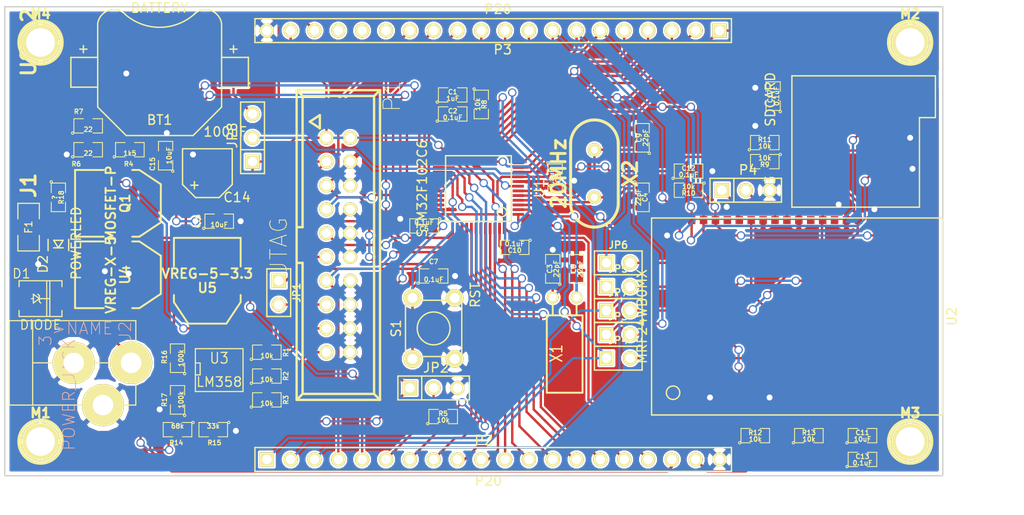
<source format=kicad_pcb>
(kicad_pcb (version 3) (host pcbnew "(2012-nov-02)-testing")
  (layers (15 F.Cu signal) (0 B.Cu signal) (18 B.Paste user) (19 F.Paste user) (20 B.SilkS user) (21 F.SilkS user) (22 B.Mask user) (23 F.Mask user) (28 Edge.Cuts user))
  (net 0 "")
  (net 1 +3.3V)
  (net 2 +5V)
  (net 3 GND)
  (net 4 JTCK)
  (net 5 JTDI)
  (net 6 JTDO)
  (net 7 JTMS)
  (net 8 MISO)
  (net 9 MOSI)
  (net 10 N-000001)
  (net 11 N-0000010)
  (net 12 N-0000011)
  (net 13 N-0000013)
  (net 14 N-0000014)
  (net 15 N-0000015)
  (net 16 N-0000016)
  (net 17 N-0000017)
  (net 18 N-000002)
  (net 19 N-0000020)
  (net 20 N-0000021)
  (net 21 N-0000022)
  (net 22 N-0000025)
  (net 23 N-000004)
  (net 24 N-0000043)
  (net 25 N-0000047)
  (net 26 N-0000049)
  (net 27 N-000005)
  (net 28 N-0000050)
  (net 29 N-0000051)
  (net 30 N-0000052)
  (net 31 N-0000053)
  (net 32 N-0000054)
  (net 33 N-0000055)
  (net 34 N-0000056)
  (net 35 N-0000057)
  (net 36 N-0000058)
  (net 37 N-0000059)
  (net 38 N-000006)
  (net 39 N-0000060)
  (net 40 N-0000064)
  (net 41 N-0000065)
  (net 42 N-000007)
  (net 43 N-0000077)
  (net 44 N-0000078)
  (net 45 N-0000079)
  (net 46 N-000008)
  (net 47 N-0000080)
  (net 48 N-0000081)
  (net 49 N-0000082)
  (net 50 N-0000083)
  (net 51 N-000009)
  (net 52 RX1)
  (net 53 RX2)
  (net 54 SCK)
  (net 55 SDCS)
  (net 56 TX1)
  (net 57 TX2)
  (net 58 VBAT)
  (net 59 VIN)
  (net 60 VUSB)
  (net 61 WIFIHIBERNATE)
  (net 62 nJTRST)
  (net 63 nRST)
  (net 64 nWIFICS)
  (net 65 nWIFIINT)
  (net 66 nWIFIRESET)
  (net 67 nWIFIWP)
  (module VASCH10x2 (layer F.Cu) (at 135.56 125.4 270)
    (fp_text reference P1 (at -15.875 -5.715 270) (layer F.SilkS) (effects (font (size 1.778 1.778) (thickness 0.0889))))
    (fp_text value JTAG (at 0 6.35 270) (layer F.SilkS) (effects (font (size 1.778 1.778) (thickness 0.0889))))
    (pad 1 thru_hole circle (at -11.43 1.27 270) (size 1.50622 1.50622) (drill 0.99822) (layers *.Cu F.Paste F.SilkS F.Mask) (net 1 +3.3V))
    (pad 2 thru_hole circle (at -11.43 -1.27 270) (size 1.50622 1.50622) (drill 0.99822) (layers *.Cu F.Paste F.SilkS F.Mask) (net 1 +3.3V))
    (pad 3 thru_hole circle (at -8.89 1.27 270) (size 1.50622 1.50622) (drill 0.99822) (layers *.Cu F.Paste F.SilkS F.Mask) (net 62 nJTRST))
    (pad 4 thru_hole circle (at -8.89 -1.27 270) (size 1.50622 1.50622) (drill 0.99822) (layers *.Cu F.Paste F.SilkS F.Mask) (net 3 GND))
    (pad 5 thru_hole circle (at -6.35 1.27 270) (size 1.50622 1.50622) (drill 0.99822) (layers *.Cu F.Paste F.SilkS F.Mask) (net 5 JTDI))
    (pad 6 thru_hole circle (at -6.35 -1.27 270) (size 1.50622 1.50622) (drill 0.99822) (layers *.Cu F.Paste F.SilkS F.Mask) (net 3 GND))
    (pad 7 thru_hole circle (at -3.81 1.27 270) (size 1.50622 1.50622) (drill 0.99822) (layers *.Cu F.Paste F.SilkS F.Mask) (net 7 JTMS))
    (pad 8 thru_hole circle (at -3.81 -1.27 270) (size 1.50622 1.50622) (drill 0.99822) (layers *.Cu F.Paste F.SilkS F.Mask) (net 3 GND))
    (pad 9 thru_hole circle (at -1.27 1.27 270) (size 1.50622 1.50622) (drill 0.99822) (layers *.Cu F.Paste F.SilkS F.Mask) (net 4 JTCK))
    (pad 10 thru_hole circle (at -1.27 -1.27 270) (size 1.50622 1.50622) (drill 0.99822) (layers *.Cu F.Paste F.SilkS F.Mask) (net 3 GND))
    (pad 11 thru_hole circle (at 1.27 1.27 270) (size 1.50622 1.50622) (drill 0.99822) (layers *.Cu F.Paste F.SilkS F.Mask) (net 26 N-0000049))
    (pad 12 thru_hole circle (at 1.27 -1.27 270) (size 1.50622 1.50622) (drill 0.99822) (layers *.Cu F.Paste F.SilkS F.Mask) (net 3 GND))
    (pad 13 thru_hole circle (at 3.81 1.27 270) (size 1.50622 1.50622) (drill 0.99822) (layers *.Cu F.Paste F.SilkS F.Mask) (net 6 JTDO))
    (pad 14 thru_hole circle (at 3.81 -1.27 270) (size 1.50622 1.50622) (drill 0.99822) (layers *.Cu F.Paste F.SilkS F.Mask) (net 3 GND))
    (pad 15 thru_hole circle (at 6.35 1.27 270) (size 1.50622 1.50622) (drill 0.99822) (layers *.Cu F.Paste F.SilkS F.Mask) (net 13 N-0000013))
    (pad 16 thru_hole circle (at 6.35 -1.27 270) (size 1.50622 1.50622) (drill 0.99822) (layers *.Cu F.Paste F.SilkS F.Mask) (net 3 GND))
    (pad 17 thru_hole circle (at 8.89 1.27 270) (size 1.50622 1.50622) (drill 0.99822) (layers *.Cu F.Paste F.SilkS F.Mask) (net 28 N-0000050))
    (pad 18 thru_hole circle (at 8.89 -1.27 270) (size 1.50622 1.50622) (drill 0.99822) (layers *.Cu F.Paste F.SilkS F.Mask) (net 3 GND))
    (pad 19 thru_hole circle (at 11.43 1.27 270) (size 1.50622 1.50622) (drill 0.99822) (layers *.Cu F.Paste F.SilkS F.Mask) (net 29 N-0000051))
    (pad 20 thru_hole circle (at 11.43 -1.27 270) (size 1.50622 1.50622) (drill 0.99822) (layers *.Cu F.Paste F.SilkS F.Mask) (net 3 GND))
  )
  (module USBMICRO (layer F.Cu) (at 102.54 112.7 270)
    (fp_text reference J1 (at 6.35 0 270) (layer F.SilkS) (effects (font (size 1.524 1.524) (thickness 0.3048))))
    (fp_text value USB_2 (at -8.89 0 270) (layer F.SilkS) (effects (font (size 1.524 1.524) (thickness 0.3048))))
    (pad "" smd rect (at 3.2004 -2.3495 270) (size 1.6002 1.39954) (layers F.Cu F.Paste F.Mask))
    (pad "" smd rect (at 4.0005 0 270) (size 1.80086 1.89992) (layers F.Cu F.Paste F.Mask))
    (pad "" smd rect (at -4.0005 0 270) (size 1.80086 1.89992) (layers F.Cu F.Paste F.Mask))
    (pad "" smd rect (at 1.19888 0 270) (size 1.89992 1.89992) (layers F.Cu F.Paste F.Mask))
    (pad "" smd rect (at -1.19888 0 270) (size 1.89992 1.89992) (layers F.Cu F.Paste F.Mask))
    (pad "" smd rect (at -3.2004 -2.3495 270) (size 1.6002 1.39954) (layers F.Cu F.Paste F.Mask))
    (pad 1 smd rect (at -1.30048 -2.67462 270) (size 0.39878 1.34874) (layers F.Cu F.Paste F.Mask) (net 24 N-0000043) (clearance 0.2032))
    (pad 3 smd rect (at -0.65024 -2.67462 270) (size 0.39878 1.34874) (layers F.Cu F.Paste F.Mask) (net 15 N-0000015) (clearance 0.2032))
    (pad 2 smd rect (at 0 -2.67462 270) (size 0.39878 1.34874) (layers F.Cu F.Paste F.Mask) (net 14 N-0000014) (clearance 0.2032))
    (pad 5 smd rect (at 0.65024 -2.67462 270) (size 0.39878 1.34874) (layers F.Cu F.Paste F.Mask) (clearance 0.2032))
    (pad 4 smd rect (at 1.30048 -2.67462 270) (size 0.39878 1.34874) (layers F.Cu F.Paste F.Mask) (net 3 GND) (clearance 0.2032))
  )
  (module SWITCH_TACTILE (layer F.Cu) (at 145.72 134.29 270)
    (fp_text reference S1 (at 0 4 270) (layer F.SilkS))
    (fp_text value RST (at -3.556 -4.445 270) (layer F.SilkS))
    (pad 1 thru_hole circle (at -3.25 -2.25 270) (size 1.9 1.9) (drill 1.05) (layers *.Cu F.SilkS B.Mask) (net 3 GND))
    (pad 2 thru_hole circle (at 3.25 -2.25 270) (size 1.9 1.9) (drill 1.05) (layers *.Cu F.SilkS B.Mask) (net 3 GND))
    (pad 3 thru_hole circle (at -3.25 2.25 270) (size 1.9 1.9) (drill 1.05) (layers *.Cu F.SilkS B.Mask) (net 63 nRST))
    (pad 4 thru_hole circle (at 3.25 2.25 270) (size 1.9 1.9) (drill 1.05) (layers *.Cu F.SilkS B.Mask) (net 63 nRST))
  )
  (module SOT223 (layer F.Cu) (at 121.59 129.21 180)
    (fp_text reference U5 (at 0 -0.762 180) (layer F.SilkS) (effects (font (size 1.016 1.016) (thickness 0.2032))))
    (fp_text value VREG-5-3.3 (at 0 0.762 180) (layer F.SilkS) (effects (font (size 1.016 1.016) (thickness 0.2032))))
    (pad 4 smd rect (at 0 -3.302 180) (size 3.6576 2.032) (layers F.Cu F.Paste F.Mask) (net 1 +3.3V))
    (pad 2 smd rect (at 0 3.302 180) (size 1.016 2.032) (layers F.Cu F.Paste F.Mask) (net 1 +3.3V))
    (pad 3 smd rect (at 2.286 3.302 180) (size 1.016 2.032) (layers F.Cu F.Paste F.Mask) (net 2 +5V))
    (pad 1 smd rect (at -2.286 3.302 180) (size 1.016 2.032) (layers F.Cu F.Paste F.Mask) (net 3 GND))
  )
  (module SOT223 (layer F.Cu) (at 112.065 128.575 270)
    (fp_text reference U4 (at 0 -0.762 270) (layer F.SilkS) (effects (font (size 1.016 1.016) (thickness 0.2032))))
    (fp_text value VREG-X-5 (at 0 0.762 270) (layer F.SilkS) (effects (font (size 1.016 1.016) (thickness 0.2032))))
    (pad 4 smd rect (at 0 -3.302 270) (size 3.6576 2.032) (layers F.Cu F.Paste F.Mask) (net 3 GND))
    (pad 2 smd rect (at 0 3.302 270) (size 1.016 2.032) (layers F.Cu F.Paste F.Mask) (net 3 GND))
    (pad 3 smd rect (at 2.286 3.302 270) (size 1.016 2.032) (layers F.Cu F.Paste F.Mask) (net 2 +5V))
    (pad 1 smd rect (at -2.286 3.302 270) (size 1.016 2.032) (layers F.Cu F.Paste F.Mask) (net 59 VIN))
  )
  (module SO8N (layer F.Cu) (at 122.86 138.735)
    (fp_text reference U3 (at 0 -1.27) (layer F.SilkS) (effects (font (size 1.143 1.016) (thickness 0.127))))
    (fp_text value LM358 (at 0 1.27) (layer F.SilkS) (effects (font (size 1.016 1.016) (thickness 0.127))))
    (pad 8 smd rect (at -1.905 -3.175) (size 0.508 1.143) (layers F.Cu F.Paste F.Mask) (net 2 +5V))
    (pad 7 smd rect (at -0.635 -3.175) (size 0.508 1.143) (layers F.Cu F.Paste F.Mask) (net 47 N-0000080))
    (pad 6 smd rect (at 0.635 -3.175) (size 0.508 1.143) (layers F.Cu F.Paste F.Mask) (net 47 N-0000080))
    (pad 5 smd rect (at 1.905 -3.175) (size 0.508 1.143) (layers F.Cu F.Paste F.Mask) (net 45 N-0000079))
    (pad 4 smd rect (at 1.905 3.175) (size 0.508 1.143) (layers F.Cu F.Paste F.Mask) (net 3 GND))
    (pad 3 smd rect (at 0.635 3.175) (size 0.508 1.143) (layers F.Cu F.Paste F.Mask) (net 43 N-0000077))
    (pad 2 smd rect (at -0.635 3.175) (size 0.508 1.143) (layers F.Cu F.Paste F.Mask) (net 44 N-0000078))
    (pad 1 smd rect (at -1.905 3.175) (size 0.508 1.143) (layers F.Cu F.Paste F.Mask) (net 45 N-0000079))
  )
  (module SM0805 (layer F.Cu) (at 150.8 110.414 270)
    (fp_text reference R8 (at 0 -0.3175 270) (layer F.SilkS) (effects (font (size 0.50038 0.50038) (thickness 0.10922))))
    (fp_text value 10k (at 0 0.381 270) (layer F.SilkS) (effects (font (size 0.50038 0.50038) (thickness 0.10922))))
    (pad 1 smd rect (at -0.9525 0 270) (size 0.889 1.397) (layers F.Cu F.Paste F.Mask) (net 3 GND))
    (pad 2 smd rect (at 0.9525 0 270) (size 0.889 1.397) (layers F.Cu F.Paste F.Mask) (net 61 WIFIHIBERNATE))
  )
  (module SM0805 (layer F.Cu) (at 180.01 145.72)
    (fp_text reference R12 (at 0 -0.3175) (layer F.SilkS) (effects (font (size 0.50038 0.50038) (thickness 0.10922))))
    (fp_text value 10k (at 0 0.381) (layer F.SilkS) (effects (font (size 0.50038 0.50038) (thickness 0.10922))))
    (pad 1 smd rect (at -0.9525 0) (size 0.889 1.397) (layers F.Cu F.Paste F.Mask) (net 36 N-0000058))
    (pad 2 smd rect (at 0.9525 0) (size 0.889 1.397) (layers F.Cu F.Paste F.Mask) (net 1 +3.3V))
  )
  (module SM0805 (layer F.Cu) (at 172.898 119.558 180)
    (fp_text reference R10 (at 0 -0.3175 180) (layer F.SilkS) (effects (font (size 0.50038 0.50038) (thickness 0.10922))))
    (fp_text value 10k (at 0 0.381 180) (layer F.SilkS) (effects (font (size 0.50038 0.50038) (thickness 0.10922))))
    (pad 1 smd rect (at -0.9525 0 180) (size 0.889 1.397) (layers F.Cu F.Paste F.Mask) (net 39 N-0000060))
    (pad 2 smd rect (at 0.9525 0 180) (size 0.889 1.397) (layers F.Cu F.Paste F.Mask) (net 1 +3.3V))
  )
  (module SM0805 (layer F.Cu) (at 181.026 116.51 180)
    (fp_text reference R9 (at 0 -0.3175 180) (layer F.SilkS) (effects (font (size 0.50038 0.50038) (thickness 0.10922))))
    (fp_text value 10k (at 0 0.381 180) (layer F.SilkS) (effects (font (size 0.50038 0.50038) (thickness 0.10922))))
    (pad 1 smd rect (at -0.9525 0 180) (size 0.889 1.397) (layers F.Cu F.Paste F.Mask) (net 37 N-0000059))
    (pad 2 smd rect (at 0.9525 0 180) (size 0.889 1.397) (layers F.Cu F.Paste F.Mask) (net 1 +3.3V))
  )
  (module SM0805 (layer F.Cu) (at 154.356 125.654 180)
    (fp_text reference C10 (at 0 -0.3175 180) (layer F.SilkS) (effects (font (size 0.50038 0.50038) (thickness 0.10922))))
    (fp_text value 0.1uF (at 0 0.381 180) (layer F.SilkS) (effects (font (size 0.50038 0.50038) (thickness 0.10922))))
    (pad 1 smd rect (at -0.9525 0 180) (size 0.889 1.397) (layers F.Cu F.Paste F.Mask) (net 1 +3.3V))
    (pad 2 smd rect (at 0.9525 0 180) (size 0.889 1.397) (layers F.Cu F.Paste F.Mask) (net 3 GND))
  )
  (module SM0805 (layer F.Cu) (at 185.725 145.72)
    (fp_text reference R13 (at 0 -0.3175) (layer F.SilkS) (effects (font (size 0.50038 0.50038) (thickness 0.10922))))
    (fp_text value 10k (at 0 0.381) (layer F.SilkS) (effects (font (size 0.50038 0.50038) (thickness 0.10922))))
    (pad 1 smd rect (at -0.9525 0) (size 0.889 1.397) (layers F.Cu F.Paste F.Mask) (net 3 GND))
    (pad 2 smd rect (at 0.9525 0) (size 0.889 1.397) (layers F.Cu F.Paste F.Mask) (net 34 N-0000056))
  )
  (module SM0805 (layer F.Cu) (at 181.026 114.478)
    (fp_text reference R11 (at 0 -0.3175) (layer F.SilkS) (effects (font (size 0.50038 0.50038) (thickness 0.10922))))
    (fp_text value 10k (at 0 0.381) (layer F.SilkS) (effects (font (size 0.50038 0.50038) (thickness 0.10922))))
    (pad 1 smd rect (at -0.9525 0) (size 0.889 1.397) (layers F.Cu F.Paste F.Mask) (net 3 GND))
    (pad 2 smd rect (at 0.9525 0) (size 0.889 1.397) (layers F.Cu F.Paste F.Mask) (net 35 N-0000057))
  )
  (module SM0805 (layer F.Cu) (at 191.44 145.72)
    (fp_text reference C11 (at 0 -0.3175) (layer F.SilkS) (effects (font (size 0.50038 0.50038) (thickness 0.10922))))
    (fp_text value 10uF (at 0 0.381) (layer F.SilkS) (effects (font (size 0.50038 0.50038) (thickness 0.10922))))
    (pad 1 smd rect (at -0.9525 0) (size 0.889 1.397) (layers F.Cu F.Paste F.Mask) (net 1 +3.3V))
    (pad 2 smd rect (at 0.9525 0) (size 0.889 1.397) (layers F.Cu F.Paste F.Mask) (net 3 GND))
  )
  (module SM0805 (layer F.Cu) (at 172.898 117.526)
    (fp_text reference C12 (at 0 -0.3175) (layer F.SilkS) (effects (font (size 0.50038 0.50038) (thickness 0.10922))))
    (fp_text value 0.1uF (at 0 0.381) (layer F.SilkS) (effects (font (size 0.50038 0.50038) (thickness 0.10922))))
    (pad 1 smd rect (at -0.9525 0) (size 0.889 1.397) (layers F.Cu F.Paste F.Mask) (net 1 +3.3V))
    (pad 2 smd rect (at 0.9525 0) (size 0.889 1.397) (layers F.Cu F.Paste F.Mask) (net 3 GND))
  )
  (module SM0805 (layer F.Cu) (at 191.44 148.26)
    (fp_text reference C13 (at 0 -0.3175) (layer F.SilkS) (effects (font (size 0.50038 0.50038) (thickness 0.10922))))
    (fp_text value 0.1uF (at 0 0.381) (layer F.SilkS) (effects (font (size 0.50038 0.50038) (thickness 0.10922))))
    (pad 1 smd rect (at -0.9525 0) (size 0.889 1.397) (layers F.Cu F.Paste F.Mask) (net 1 +3.3V))
    (pad 2 smd rect (at 0.9525 0) (size 0.889 1.397) (layers F.Cu F.Paste F.Mask) (net 3 GND))
  )
  (module SM0805 (layer F.Cu) (at 117.145 115.875 90)
    (fp_text reference C15 (at -0.889 -1.397 90) (layer F.SilkS) (effects (font (size 0.50038 0.50038) (thickness 0.10922))))
    (fp_text value 10uF (at 0 0.381 90) (layer F.SilkS) (effects (font (size 0.50038 0.50038) (thickness 0.10922))))
    (pad 1 smd rect (at -0.9525 0 90) (size 0.889 1.397) (layers F.Cu F.Paste F.Mask) (net 2 +5V))
    (pad 2 smd rect (at 0.9525 0 90) (size 0.889 1.397) (layers F.Cu F.Paste F.Mask) (net 3 GND))
  )
  (module SM0805 (layer F.Cu) (at 118.415 137.465 90)
    (fp_text reference R16 (at 0.127 -1.397 90) (layer F.SilkS) (effects (font (size 0.50038 0.50038) (thickness 0.10922))))
    (fp_text value 100k (at 0 0.381 90) (layer F.SilkS) (effects (font (size 0.50038 0.50038) (thickness 0.10922))))
    (pad 1 smd rect (at -0.9525 0 90) (size 0.889 1.397) (layers F.Cu F.Paste F.Mask) (net 44 N-0000078))
    (pad 2 smd rect (at 0.9525 0 90) (size 0.889 1.397) (layers F.Cu F.Paste F.Mask) (net 2 +5V))
  )
  (module SM0805 (layer F.Cu) (at 118.415 141.91 90)
    (fp_text reference R17 (at 0 -1.397 90) (layer F.SilkS) (effects (font (size 0.50038 0.50038) (thickness 0.10922))))
    (fp_text value 100k (at 0 0.381 90) (layer F.SilkS) (effects (font (size 0.50038 0.50038) (thickness 0.10922))))
    (pad 1 smd rect (at -0.9525 0 90) (size 0.889 1.397) (layers F.Cu F.Paste F.Mask) (net 3 GND))
    (pad 2 smd rect (at 0.9525 0 90) (size 0.889 1.397) (layers F.Cu F.Paste F.Mask) (net 44 N-0000078))
  )
  (module SM0805 (layer F.Cu) (at 118.415 145.085 180)
    (fp_text reference R14 (at 0.127 -1.397 180) (layer F.SilkS) (effects (font (size 0.50038 0.50038) (thickness 0.10922))))
    (fp_text value 68k (at 0 0.381 180) (layer F.SilkS) (effects (font (size 0.50038 0.50038) (thickness 0.10922))))
    (pad 1 smd rect (at -0.9525 0 180) (size 0.889 1.397) (layers F.Cu F.Paste F.Mask) (net 43 N-0000077))
    (pad 2 smd rect (at 0.9525 0 180) (size 0.889 1.397) (layers F.Cu F.Paste F.Mask) (net 59 VIN))
  )
  (module SM0805 (layer F.Cu) (at 122.225 145.085 180)
    (fp_text reference R15 (at -0.127 -1.397 180) (layer F.SilkS) (effects (font (size 0.50038 0.50038) (thickness 0.10922))))
    (fp_text value 33k (at 0 0.381 180) (layer F.SilkS) (effects (font (size 0.50038 0.50038) (thickness 0.10922))))
    (pad 1 smd rect (at -0.9525 0 180) (size 0.889 1.397) (layers F.Cu F.Paste F.Mask) (net 3 GND))
    (pad 2 smd rect (at 0.9525 0 180) (size 0.889 1.397) (layers F.Cu F.Paste F.Mask) (net 43 N-0000077))
  )
  (module SM0805 (layer F.Cu) (at 122.86 122.86)
    (fp_text reference C16 (at -2.286 0 90) (layer F.SilkS) (effects (font (size 0.50038 0.50038) (thickness 0.10922))))
    (fp_text value 10uF (at 0 0.381) (layer F.SilkS) (effects (font (size 0.50038 0.50038) (thickness 0.10922))))
    (pad 1 smd rect (at -0.9525 0) (size 0.889 1.397) (layers F.Cu F.Paste F.Mask) (net 1 +3.3V))
    (pad 2 smd rect (at 0.9525 0) (size 0.889 1.397) (layers F.Cu F.Paste F.Mask) (net 3 GND))
  )
  (module SM0805 (layer F.Cu) (at 105.715 120.32 270)
    (fp_text reference R18 (at 0 -0.3175 270) (layer F.SilkS) (effects (font (size 0.50038 0.50038) (thickness 0.10922))))
    (fp_text value ? (at 0 0.381 270) (layer F.SilkS) (effects (font (size 0.50038 0.50038) (thickness 0.10922))))
    (pad 1 smd rect (at -0.9525 0 270) (size 0.889 1.397) (layers F.Cu F.Paste F.Mask) (net 1 +3.3V))
    (pad 2 smd rect (at 0.9525 0 270) (size 0.889 1.397) (layers F.Cu F.Paste F.Mask) (net 48 N-0000081))
  )
  (module SM0805 (layer F.Cu) (at 181.915 109.525 90)
    (fp_text reference C17 (at 0 -0.3175 90) (layer F.SilkS) (effects (font (size 0.50038 0.50038) (thickness 0.10922))))
    (fp_text value 0.1uF (at 0 0.381 90) (layer F.SilkS) (effects (font (size 0.50038 0.50038) (thickness 0.10922))))
    (pad 1 smd rect (at -0.9525 0 90) (size 0.889 1.397) (layers F.Cu F.Paste F.Mask) (net 1 +3.3V))
    (pad 2 smd rect (at 0.9525 0 90) (size 0.889 1.397) (layers F.Cu F.Paste F.Mask) (net 3 GND))
  )
  (module SM0805 (layer F.Cu) (at 127.94 141.91)
    (fp_text reference R3 (at 2.032 0 90) (layer F.SilkS) (effects (font (size 0.50038 0.50038) (thickness 0.10922))))
    (fp_text value 10k (at 0 0.381) (layer F.SilkS) (effects (font (size 0.50038 0.50038) (thickness 0.10922))))
    (pad 1 smd rect (at -0.9525 0) (size 0.889 1.397) (layers F.Cu F.Paste F.Mask) (net 3 GND))
    (pad 2 smd rect (at 0.9525 0) (size 0.889 1.397) (layers F.Cu F.Paste F.Mask) (net 29 N-0000051))
  )
  (module SM0805 (layer F.Cu) (at 147.752 111.43)
    (fp_text reference C2 (at 0 -0.3175) (layer F.SilkS) (effects (font (size 0.50038 0.50038) (thickness 0.10922))))
    (fp_text value 0.1uF (at 0 0.381) (layer F.SilkS) (effects (font (size 0.50038 0.50038) (thickness 0.10922))))
    (pad 1 smd rect (at -0.9525 0) (size 0.889 1.397) (layers F.Cu F.Paste F.Mask) (net 1 +3.3V))
    (pad 2 smd rect (at 0.9525 0) (size 0.889 1.397) (layers F.Cu F.Paste F.Mask) (net 3 GND))
  )
  (module SM0805 (layer F.Cu) (at 144.704 123.368 180)
    (fp_text reference C5 (at 0 -0.3175 180) (layer F.SilkS) (effects (font (size 0.50038 0.50038) (thickness 0.10922))))
    (fp_text value 0.1uF (at 0 0.381 180) (layer F.SilkS) (effects (font (size 0.50038 0.50038) (thickness 0.10922))))
    (pad 1 smd rect (at -0.9525 0 180) (size 0.889 1.397) (layers F.Cu F.Paste F.Mask) (net 1 +3.3V))
    (pad 2 smd rect (at 0.9525 0 180) (size 0.889 1.397) (layers F.Cu F.Paste F.Mask) (net 3 GND))
  )
  (module SM0805 (layer F.Cu) (at 145.72 128.702)
    (fp_text reference C7 (at 0 -1.524) (layer F.SilkS) (effects (font (size 0.50038 0.50038) (thickness 0.10922))))
    (fp_text value 0.1uF (at 0 0.381) (layer F.SilkS) (effects (font (size 0.50038 0.50038) (thickness 0.10922))))
    (pad 1 smd rect (at -0.9525 0) (size 0.889 1.397) (layers F.Cu F.Paste F.Mask) (net 63 nRST))
    (pad 2 smd rect (at 0.9525 0) (size 0.889 1.397) (layers F.Cu F.Paste F.Mask) (net 3 GND))
  )
  (module SM0805 (layer F.Cu) (at 167.945 120.32 270)
    (fp_text reference C4 (at 0 -0.3175 270) (layer F.SilkS) (effects (font (size 0.50038 0.50038) (thickness 0.10922))))
    (fp_text value 22pF (at 0 0.381 270) (layer F.SilkS) (effects (font (size 0.50038 0.50038) (thickness 0.10922))))
    (pad 1 smd rect (at -0.9525 0 270) (size 0.889 1.397) (layers F.Cu F.Paste F.Mask) (net 10 N-000001))
    (pad 2 smd rect (at 0.9525 0 270) (size 0.889 1.397) (layers F.Cu F.Paste F.Mask) (net 3 GND))
  )
  (module SM0805 (layer F.Cu) (at 167.945 113.97 90)
    (fp_text reference C9 (at 0 -0.3175 90) (layer F.SilkS) (effects (font (size 0.50038 0.50038) (thickness 0.10922))))
    (fp_text value 22pF (at 0 0.381 90) (layer F.SilkS) (effects (font (size 0.50038 0.50038) (thickness 0.10922))))
    (pad 1 smd rect (at -0.9525 0 90) (size 0.889 1.397) (layers F.Cu F.Paste F.Mask) (net 33 N-0000055))
    (pad 2 smd rect (at 0.9525 0 90) (size 0.889 1.397) (layers F.Cu F.Paste F.Mask) (net 3 GND))
  )
  (module SM0805 (layer F.Cu) (at 158.42 127.94 90)
    (fp_text reference C3 (at 0 -0.3175 90) (layer F.SilkS) (effects (font (size 0.50038 0.50038) (thickness 0.10922))))
    (fp_text value 22pF (at 0 0.381 90) (layer F.SilkS) (effects (font (size 0.50038 0.50038) (thickness 0.10922))))
    (pad 1 smd rect (at -0.9525 0 90) (size 0.889 1.397) (layers F.Cu F.Paste F.Mask) (net 18 N-000002))
    (pad 2 smd rect (at 0.9525 0 90) (size 0.889 1.397) (layers F.Cu F.Paste F.Mask) (net 3 GND))
  )
  (module SM0805 (layer F.Cu) (at 160.96 127.94 90)
    (fp_text reference C8 (at 0 -0.3175 90) (layer F.SilkS) (effects (font (size 0.50038 0.50038) (thickness 0.10922))))
    (fp_text value 22pF (at 0 0.381 90) (layer F.SilkS) (effects (font (size 0.50038 0.50038) (thickness 0.10922))))
    (pad 1 smd rect (at -0.9525 0 90) (size 0.889 1.397) (layers F.Cu F.Paste F.Mask) (net 30 N-0000052))
    (pad 2 smd rect (at 0.9525 0 90) (size 0.889 1.397) (layers F.Cu F.Paste F.Mask) (net 3 GND))
  )
  (module SM0805 (layer F.Cu) (at 146.736 143.688)
    (fp_text reference R5 (at 0 -0.3175) (layer F.SilkS) (effects (font (size 0.50038 0.50038) (thickness 0.10922))))
    (fp_text value 10k (at 0 0.381) (layer F.SilkS) (effects (font (size 0.50038 0.50038) (thickness 0.10922))))
    (pad 1 smd rect (at -0.9525 0) (size 0.889 1.397) (layers F.Cu F.Paste F.Mask) (net 32 N-0000054))
    (pad 2 smd rect (at 0.9525 0) (size 0.889 1.397) (layers F.Cu F.Paste F.Mask) (net 31 N-0000053))
  )
  (module SM0805 (layer F.Cu) (at 127.94 139.37)
    (fp_text reference R2 (at 2.032 0 90) (layer F.SilkS) (effects (font (size 0.50038 0.50038) (thickness 0.10922))))
    (fp_text value 10k (at 0 0.381) (layer F.SilkS) (effects (font (size 0.50038 0.50038) (thickness 0.10922))))
    (pad 1 smd rect (at -0.9525 0) (size 0.889 1.397) (layers F.Cu F.Paste F.Mask) (net 3 GND))
    (pad 2 smd rect (at 0.9525 0) (size 0.889 1.397) (layers F.Cu F.Paste F.Mask) (net 28 N-0000050))
  )
  (module SM0805 (layer F.Cu) (at 127.94 136.83)
    (fp_text reference R1 (at 2.032 0 90) (layer F.SilkS) (effects (font (size 0.50038 0.50038) (thickness 0.10922))))
    (fp_text value 10k (at 0 0.381) (layer F.SilkS) (effects (font (size 0.50038 0.50038) (thickness 0.10922))))
    (pad 1 smd rect (at -0.9525 0) (size 0.889 1.397) (layers F.Cu F.Paste F.Mask) (net 3 GND))
    (pad 2 smd rect (at 0.9525 0) (size 0.889 1.397) (layers F.Cu F.Paste F.Mask) (net 26 N-0000049))
  )
  (module SM0805 (layer F.Cu) (at 147.752 109.398)
    (fp_text reference C1 (at 0 -0.3175) (layer F.SilkS) (effects (font (size 0.50038 0.50038) (thickness 0.10922))))
    (fp_text value 1uF (at 0 0.381) (layer F.SilkS) (effects (font (size 0.50038 0.50038) (thickness 0.10922))))
    (pad 1 smd rect (at -0.9525 0) (size 0.889 1.397) (layers F.Cu F.Paste F.Mask) (net 1 +3.3V))
    (pad 2 smd rect (at 0.9525 0) (size 0.889 1.397) (layers F.Cu F.Paste F.Mask) (net 3 GND))
  )
  (module SM0805 (layer F.Cu) (at 108.89 115.24)
    (fp_text reference R6 (at -1.27 1.524) (layer F.SilkS) (effects (font (size 0.50038 0.50038) (thickness 0.10922))))
    (fp_text value 22 (at 0 0.381) (layer F.SilkS) (effects (font (size 0.50038 0.50038) (thickness 0.10922))))
    (pad 1 smd rect (at -0.9525 0) (size 0.889 1.397) (layers F.Cu F.Paste F.Mask) (net 14 N-0000014))
    (pad 2 smd rect (at 0.9525 0) (size 0.889 1.397) (layers F.Cu F.Paste F.Mask) (net 17 N-0000017))
  )
  (module SM0805 (layer F.Cu) (at 108.89 112.7)
    (fp_text reference R7 (at -1.016 -1.524) (layer F.SilkS) (effects (font (size 0.50038 0.50038) (thickness 0.10922))))
    (fp_text value 22 (at 0 0.381) (layer F.SilkS) (effects (font (size 0.50038 0.50038) (thickness 0.10922))))
    (pad 1 smd rect (at -0.9525 0) (size 0.889 1.397) (layers F.Cu F.Paste F.Mask) (net 15 N-0000015))
    (pad 2 smd rect (at 0.9525 0) (size 0.889 1.397) (layers F.Cu F.Paste F.Mask) (net 16 N-0000016))
  )
  (module SM0805 (layer F.Cu) (at 113.335 115.24)
    (fp_text reference R4 (at -0.127 1.524) (layer F.SilkS) (effects (font (size 0.50038 0.50038) (thickness 0.10922))))
    (fp_text value 1k5 (at 0 0.381) (layer F.SilkS) (effects (font (size 0.50038 0.50038) (thickness 0.10922))))
    (pad 1 smd rect (at -0.9525 0) (size 0.889 1.397) (layers F.Cu F.Paste F.Mask) (net 14 N-0000014))
    (pad 2 smd rect (at 0.9525 0) (size 0.889 1.397) (layers F.Cu F.Paste F.Mask) (net 1 +3.3V))
  )
  (module SM0805 (layer F.Cu) (at 158.674 118.288 270)
    (fp_text reference C6 (at 0 -0.3175 270) (layer F.SilkS) (effects (font (size 0.50038 0.50038) (thickness 0.10922))))
    (fp_text value 0.1uF (at 0 0.381 270) (layer F.SilkS) (effects (font (size 0.50038 0.50038) (thickness 0.10922))))
    (pad 1 smd rect (at -0.9525 0 270) (size 0.889 1.397) (layers F.Cu F.Paste F.Mask) (net 1 +3.3V))
    (pad 2 smd rect (at 0.9525 0 270) (size 0.889 1.397) (layers F.Cu F.Paste F.Mask) (net 3 GND))
  )
  (module SDCARD (layer F.Cu) (at 194.615 115.875 270)
    (fp_text reference J3 (at 3 13 270) (layer F.SilkS))
    (fp_text value SDCARD (at -6 13 270) (layer F.SilkS))
    (pad 1 smd rect (at -3.85 0 270) (size 0.8 1.5) (layers F.Cu F.Paste F.Mask) (net 55 SDCS))
    (pad 2 smd rect (at -2.75 0.4 270) (size 0.8 1.5) (layers F.Cu F.Paste F.Mask) (net 9 MOSI))
    (pad 3 smd rect (at -1.65 0 270) (size 0.8 1.5) (layers F.Cu F.Paste F.Mask) (net 3 GND))
    (pad 4 smd rect (at -0.55 -0.2 270) (size 0.8 1.5) (layers F.Cu F.Paste F.Mask) (net 1 +3.3V))
    (pad 5 smd rect (at 0.55 0 270) (size 0.8 1.5) (layers F.Cu F.Paste F.Mask) (net 54 SCK))
    (pad 6 smd rect (at 1.65 -0.2 270) (size 0.8 1.5) (layers F.Cu F.Paste F.Mask) (net 3 GND))
    (pad 7 smd rect (at 2.75 0 270) (size 0.8 1.5) (layers F.Cu F.Paste F.Mask) (net 8 MISO))
    (pad 8 smd rect (at 3.85 0 270) (size 0.8 1.5) (layers F.Cu F.Paste F.Mask))
    (pad 9 smd rect (at -8.11 -3.85 270) (size 1.4 1.9) (layers F.Cu F.Paste F.Mask))
    (pad 9 smd rect (at 5.04 -2.85 270) (size 1.4 1.9) (layers F.Cu F.Paste F.Mask))
    (pad 9 smd rect (at 3.04 10.3 270) (size 1.8 1.4) (layers F.Cu F.Paste F.Mask))
    (pad 9 smd rect (at -2.66 10.3 270) (size 1.8 1.4) (layers F.Cu F.Paste F.Mask))
  )
  (module QMONTRE (layer F.Cu) (at 159.69 130.988)
    (fp_text reference X1 (at -0.889 5.969 90) (layer F.SilkS) (effects (font (size 1.27 1.016) (thickness 0.1524))))
    (fp_text value 32,768Hz hide)
    (pad 1 thru_hole circle (at -1.27 0) (size 1.27 1.27) (drill 0.8128) (layers *.Cu F.SilkS B.Mask) (net 18 N-000002))
    (pad 2 thru_hole circle (at 1.27 0) (size 1.27 1.27) (drill 0.8128) (layers *.Cu F.SilkS B.Mask) (net 30 N-0000052))
  )
  (module POWER-IN-JACK-PMS (layer F.Cu) (at 110.16 137.465 90)
    (fp_text reference J2 (at 2.8829 2.67462 90) (layer B.SilkS) (effects (font (size 1.27 1.27) (thickness 0.0889))))
    (fp_text value POWER_JACK (at -3.86334 -3.32486 90) (layer B.SilkS) (effects (font (size 1.27 1.27) (thickness 0.0889))))
    (fp_text user 3 (at 1.88468 -5.82422 90) (layer B.SilkS) (effects (font (size 1.27 1.27) (thickness 0.0889))))
    (fp_text user >NAME (at 3.175 -1.905 180) (layer B.SilkS) (effects (font (size 1.27 1.27) (thickness 0.0889))))
    (pad 1 thru_hole circle (at -0.49784 3.30962 90) (size 4.49834 4.49834) (drill 2.18186) (layers *.Cu F.Paste F.SilkS F.Mask) (net 50 N-0000083))
    (pad 2 thru_hole circle (at -4.99872 0.30988 90) (size 4.49834 4.49834) (drill 2.18186) (layers *.Cu F.Paste F.SilkS F.Mask) (net 3 GND))
    (pad 3 thru_hole circle (at -0.49784 -2.80924 90) (size 4.49834 4.49834) (drill 2.18186) (layers *.Cu F.Paste F.SilkS F.Mask) (net 3 GND))
  )
  (module PIN_ARRAY_3X1 (layer F.Cu) (at 178.994 119.558)
    (fp_text reference P4 (at 0.254 -2.159) (layer F.SilkS) (effects (font (size 1.016 1.016) (thickness 0.1524))))
    (fp_text value WIFIDEBUG hide)
    (pad 1 thru_hole rect (at -2.54 0) (size 1.524 1.524) (drill 1.016) (layers *.Cu F.SilkS B.Mask) (net 41 N-0000065))
    (pad 2 thru_hole circle (at 0 0) (size 1.524 1.524) (drill 1.016) (layers *.Cu F.SilkS B.Mask) (net 40 N-0000064))
    (pad 3 thru_hole circle (at 2.54 0) (size 1.524 1.524) (drill 1.016) (layers *.Cu F.SilkS B.Mask) (net 3 GND))
  )
  (module PIN_ARRAY_3X1 (layer F.Cu) (at 145.72 140.64)
    (fp_text reference JP2 (at 0.254 -2.159) (layer F.SilkS) (effects (font (size 1.016 1.016) (thickness 0.1524))))
    (fp_text value BOOT0 hide)
    (pad 1 thru_hole rect (at -2.54 0) (size 1.524 1.524) (drill 1.016) (layers *.Cu F.SilkS B.Mask) (net 1 +3.3V))
    (pad 2 thru_hole circle (at 0 0) (size 1.524 1.524) (drill 1.016) (layers *.Cu F.SilkS B.Mask) (net 32 N-0000054))
    (pad 3 thru_hole circle (at 2.54 0) (size 1.524 1.524) (drill 1.016) (layers *.Cu F.SilkS B.Mask) (net 3 GND))
  )
  (module PIN_ARRAY_3X1 (layer F.Cu) (at 126.416 113.97 90)
    (fp_text reference JP8 (at 0.254 -2.159 90) (layer F.SilkS) (effects (font (size 1.016 1.016) (thickness 0.1524))))
    (fp_text value BATTERYENABLE hide)
    (pad 1 thru_hole rect (at -2.54 0 90) (size 1.524 1.524) (drill 1.016) (layers *.Cu F.SilkS B.Mask) (net 1 +3.3V))
    (pad 2 thru_hole circle (at 0 0 90) (size 1.524 1.524) (drill 1.016) (layers *.Cu F.SilkS B.Mask) (net 58 VBAT))
    (pad 3 thru_hole circle (at 2.54 0 90) (size 1.524 1.524) (drill 1.016) (layers *.Cu F.SilkS B.Mask) (net 49 N-0000082))
  )
  (module PIN_ARRAY_2X1 (layer F.Cu) (at 165.405 129.845)
    (fp_text reference JP5 (at 0 -1.905) (layer F.SilkS) (effects (font (size 0.762 0.762) (thickness 0.1524))))
    (fp_text value WIFIHIBERNATE hide)
    (pad 1 thru_hole rect (at -1.27 0) (size 1.524 1.524) (drill 1.016) (layers *.Cu F.SilkS B.Mask) (net 61 WIFIHIBERNATE))
    (pad 2 thru_hole circle (at 1.27 0) (size 1.524 1.524) (drill 1.016) (layers *.Cu F.SilkS B.Mask) (net 35 N-0000057))
  )
  (module PIN_ARRAY_2X1 (layer F.Cu) (at 165.405 132.385)
    (fp_text reference JP7 (at 0 -1.905) (layer F.SilkS) (effects (font (size 0.762 0.762) (thickness 0.1524))))
    (fp_text value WIFICS hide)
    (pad 1 thru_hole rect (at -1.27 0) (size 1.524 1.524) (drill 1.016) (layers *.Cu F.SilkS B.Mask) (net 64 nWIFICS))
    (pad 2 thru_hole circle (at 1.27 0) (size 1.524 1.524) (drill 1.016) (layers *.Cu F.SilkS B.Mask) (net 37 N-0000059))
  )
  (module PIN_ARRAY_2X1 (layer F.Cu) (at 165.405 127.305)
    (fp_text reference JP6 (at 0 -1.905) (layer F.SilkS) (effects (font (size 0.762 0.762) (thickness 0.1524))))
    (fp_text value WIFIINT hide)
    (pad 1 thru_hole rect (at -1.27 0) (size 1.524 1.524) (drill 1.016) (layers *.Cu F.SilkS B.Mask) (net 65 nWIFIINT))
    (pad 2 thru_hole circle (at 1.27 0) (size 1.524 1.524) (drill 1.016) (layers *.Cu F.SilkS B.Mask) (net 39 N-0000060))
  )
  (module PIN_ARRAY_2X1 (layer F.Cu) (at 165.405 137.465)
    (fp_text reference JP4 (at 0 -1.905) (layer F.SilkS) (effects (font (size 0.762 0.762) (thickness 0.1524))))
    (fp_text value WIFIWP hide)
    (pad 1 thru_hole rect (at -1.27 0) (size 1.524 1.524) (drill 1.016) (layers *.Cu F.SilkS B.Mask) (net 67 nWIFIWP))
    (pad 2 thru_hole circle (at 1.27 0) (size 1.524 1.524) (drill 1.016) (layers *.Cu F.SilkS B.Mask) (net 34 N-0000056))
  )
  (module PIN_ARRAY_2X1 (layer F.Cu) (at 165.405 134.925)
    (fp_text reference JP3 (at 0 -1.905) (layer F.SilkS) (effects (font (size 0.762 0.762) (thickness 0.1524))))
    (fp_text value WIFIRESET hide)
    (pad 1 thru_hole rect (at -1.27 0) (size 1.524 1.524) (drill 1.016) (layers *.Cu F.SilkS B.Mask) (net 66 nWIFIRESET))
    (pad 2 thru_hole circle (at 1.27 0) (size 1.524 1.524) (drill 1.016) (layers *.Cu F.SilkS B.Mask) (net 36 N-0000058))
  )
  (module PIN_ARRAY_2X1 (layer F.Cu) (at 129.21 130.48 270)
    (fp_text reference JP1 (at 0 -1.905 270) (layer F.SilkS) (effects (font (size 0.762 0.762) (thickness 0.1524))))
    (fp_text value JTAG_ENABLE hide)
    (pad 1 thru_hole rect (at -1.27 0 270) (size 1.524 1.524) (drill 1.016) (layers *.Cu F.SilkS B.Mask) (net 63 nRST))
    (pad 2 thru_hole circle (at 1.27 0 270) (size 1.524 1.524) (drill 1.016) (layers *.Cu F.SilkS B.Mask) (net 13 N-0000013))
  )
  (module MRF24WB0Mx (layer F.Cu) (at 184.455 133.02 90)
    (fp_text reference U2 (at 0 16.51 90) (layer F.SilkS))
    (fp_text value MRF24WB0MX (at 0 -16.51 90) (layer F.SilkS))
    (pad 1 smd rect (at -10.275 -13.77 90) (size 0.85 0.8) (layers F.Cu F.Paste F.Mask) (net 3 GND))
    (pad 2 smd rect (at -10.275 -12.5 90) (size 0.85 0.8) (layers F.Cu F.Paste F.Mask))
    (pad 3 smd rect (at -10.275 -11.23 90) (size 0.85 0.8) (layers F.Cu F.Paste F.Mask))
    (pad 4 smd rect (at -10.275 -9.96 90) (size 0.85 0.8) (layers F.Cu F.Paste F.Mask) (net 3 GND))
    (pad 5 smd rect (at -10.275 -8.69 90) (size 0.85 0.8) (layers F.Cu F.Paste F.Mask))
    (pad 6 smd rect (at -10.275 -7.42 90) (size 0.85 0.8) (layers F.Cu F.Paste F.Mask))
    (pad 7 smd rect (at -10.275 -6.15 90) (size 0.85 0.8) (layers F.Cu F.Paste F.Mask) (net 36 N-0000058))
    (pad 8 smd rect (at -10.275 -4.88 90) (size 0.85 0.8) (layers F.Cu F.Paste F.Mask))
    (pad 9 smd rect (at -10.275 -3.61 90) (size 0.85 0.8) (layers F.Cu F.Paste F.Mask) (net 3 GND))
    (pad 10 smd rect (at -10.275 -2.34 90) (size 0.85 0.8) (layers F.Cu F.Paste F.Mask) (net 3 GND))
    (pad 11 smd rect (at -10.275 -1.07 90) (size 0.85 0.8) (layers F.Cu F.Paste F.Mask))
    (pad 12 smd rect (at -10.275 0.2 90) (size 0.85 0.8) (layers F.Cu F.Paste F.Mask))
    (pad 13 smd rect (at -10.275 1.47 90) (size 0.85 0.8) (layers F.Cu F.Paste F.Mask))
    (pad 14 smd rect (at -10.275 2.74 90) (size 0.85 0.8) (layers F.Cu F.Paste F.Mask))
    (pad 15 smd rect (at -10.275 4.01 90) (size 0.85 0.8) (layers F.Cu F.Paste F.Mask))
    (pad 16 smd rect (at -10.275 5.28 90) (size 0.85 0.8) (layers F.Cu F.Paste F.Mask) (net 34 N-0000056))
    (pad 17 smd rect (at -10.275 6.55 90) (size 0.85 0.8) (layers F.Cu F.Paste F.Mask) (net 1 +3.3V))
    (pad 18 smd rect (at -10.275 7.82 90) (size 0.85 0.8) (layers F.Cu F.Paste F.Mask) (net 3 GND))
    (pad 19 smd rect (at 10.275 7.82 90) (size 0.85 0.8) (layers F.Cu F.Paste F.Mask) (net 3 GND))
    (pad 20 smd rect (at 10.275 6.55 90) (size 0.85 0.8) (layers F.Cu F.Paste F.Mask) (net 35 N-0000057))
    (pad 21 smd rect (at 10.275 5.28 90) (size 0.85 0.8) (layers F.Cu F.Paste F.Mask) (net 3 GND))
    (pad 22 smd rect (at 10.275 4.01 90) (size 0.85 0.8) (layers F.Cu F.Paste F.Mask))
    (pad 23 smd rect (at 10.275 2.74 90) (size 0.85 0.8) (layers F.Cu F.Paste F.Mask) (net 37 N-0000059))
    (pad 24 smd rect (at 10.275 1.47 90) (size 0.85 0.8) (layers F.Cu F.Paste F.Mask))
    (pad 25 smd rect (at 10.275 0.2 90) (size 0.85 0.8) (layers F.Cu F.Paste F.Mask) (net 3 GND))
    (pad 26 smd rect (at 10.275 -1.07 90) (size 0.85 0.8) (layers F.Cu F.Paste F.Mask) (net 40 N-0000064))
    (pad 27 smd rect (at 10.275 -2.34 90) (size 0.85 0.8) (layers F.Cu F.Paste F.Mask) (net 41 N-0000065))
    (pad 28 smd rect (at 10.275 -3.61 90) (size 0.85 0.8) (layers F.Cu F.Paste F.Mask) (net 3 GND))
    (pad 29 smd rect (at 10.275 -4.88 90) (size 0.85 0.8) (layers F.Cu F.Paste F.Mask) (net 1 +3.3V))
    (pad 30 smd rect (at 10.275 -6.15 90) (size 0.85 0.8) (layers F.Cu F.Paste F.Mask) (net 3 GND))
    (pad 31 smd rect (at 10.275 -7.42 90) (size 0.85 0.8) (layers F.Cu F.Paste F.Mask))
    (pad 32 smd rect (at 10.275 -8.69 90) (size 0.85 0.8) (layers F.Cu F.Paste F.Mask) (net 8 MISO))
    (pad 33 smd rect (at 10.275 -9.96 90) (size 0.85 0.8) (layers F.Cu F.Paste F.Mask) (net 39 N-0000060))
    (pad 34 smd rect (at 10.275 -11.23 90) (size 0.85 0.8) (layers F.Cu F.Paste F.Mask) (net 54 SCK))
    (pad 35 smd rect (at 10.275 -12.5 90) (size 0.85 0.8) (layers F.Cu F.Paste F.Mask) (net 9 MOSI))
    (pad 36 smd rect (at 10.275 -13.77 90) (size 0.85 0.8) (layers F.Cu F.Paste F.Mask) (net 3 GND))
  )
  (module LED-1206 (layer F.Cu) (at 105.715 125.4 270)
    (fp_text reference D2 (at 2.032 1.651 270) (layer F.SilkS))
    (fp_text value POWERLED (at -0.2 -1.9 270) (layer F.SilkS))
    (pad 2 smd rect (at 1.525 0 270) (size 1.02 1.52) (layers F.Cu F.Paste F.Mask) (net 3 GND))
    (pad 1 smd rect (at -1.525 0 270) (size 1.02 1.52) (layers F.Cu F.Paste F.Mask) (net 48 N-0000081))
  )
  (module HC-49V (layer F.Cu) (at 162.865 117.78 270)
    (fp_text reference X2 (at 0 -3.81 270) (layer F.SilkS) (effects (font (size 1.524 1.524) (thickness 0.3048))))
    (fp_text value 20MHz (at 0 3.81 270) (layer F.SilkS) (effects (font (size 1.524 1.524) (thickness 0.3048))))
    (pad 1 thru_hole circle (at -2.54 0 270) (size 1.4224 1.4224) (drill 0.762) (layers *.Cu F.SilkS B.Mask) (net 33 N-0000055))
    (pad 2 thru_hole circle (at 2.54 0 270) (size 1.4224 1.4224) (drill 0.762) (layers *.Cu F.SilkS B.Mask) (net 10 N-000001))
  )
  (module "DO-214AC(SMA)" (layer F.Cu) (at 103.81 131.115)
    (fp_text reference D1 (at -2.032 -2.667) (layer F.SilkS) (effects (font (size 1.00076 1.00076) (thickness 0.11938))))
    (fp_text value DIODE (at 0 2.79908) (layer F.SilkS) (effects (font (size 1.00076 1.00076) (thickness 0.11938))))
    (pad 1 smd rect (at -1.89992 0) (size 1.6002 2.19964) (layers F.Cu F.Paste F.Mask) (net 50 N-0000083))
    (pad 2 smd rect (at 1.89992 0) (size 1.6002 2.19964) (layers F.Cu F.Paste F.Mask) (net 59 VIN))
  )
  (module CAP-CAN-5mm (layer F.Cu) (at 121.59 117.78)
    (fp_text reference C14 (at 3.175 2.54) (layer F.SilkS))
    (fp_text value 100uF (at 1.905 -4.445) (layer F.SilkS))
    (fp_text user + (at -1.37 1.17) (layer F.SilkS))
    (pad 1 smd rect (at 0.01 1.85) (size 0.65 2.2) (layers F.Cu F.Paste F.Mask) (net 2 +5V))
    (pad 2 smd rect (at 0.01 -1.85) (size 0.65 2.2) (layers F.Cu F.Paste F.Mask) (net 3 GND))
  )
  (module BATTERY-COIN (layer F.Cu) (at 116.51 106.985)
    (fp_text reference BT1 (at 0 5.08) (layer F.SilkS))
    (fp_text value BATTERY (at 0 -6.858) (layer F.SilkS))
    (fp_text user + (at -8.128 -2.54) (layer F.SilkS))
    (fp_text user + (at 7.874 -2.54) (layer F.SilkS))
    (pad 2 smd rect (at 0 0) (size 3.9624 3.9624) (layers F.Cu F.Paste F.Mask) (net 3 GND))
    (pad 1 smd rect (at 7.874 0) (size 3.175 3.175) (layers F.Cu F.Paste F.Mask) (net 49 N-0000082))
    (pad 1 smd rect (at -7.874 0) (size 3.175 3.175) (layers F.Cu F.Paste F.Mask) (net 49 N-0000082))
  )
  (module QFP48 (layer F.Cu) (at 150.495 119.38 90)
    (fp_text reference U1 (at 0 6.5 90) (layer F.SilkS))
    (fp_text value STM32F102C6 (at 0 -6 90) (layer F.SilkS))
    (pad 1 smd rect (at -2.75 4.25 90) (size 0.3 1.2) (layers F.Cu F.Paste F.Mask) (net 58 VBAT))
    (pad 2 smd rect (at -2.25 4.25 90) (size 0.3 1.2) (layers F.Cu F.Paste F.Mask) (net 23 N-000004))
    (pad 3 smd rect (at -1.75 4.25 90) (size 0.3 1.2) (layers F.Cu F.Paste F.Mask) (net 18 N-000002))
    (pad 4 smd rect (at -1.25 4.25 90) (size 0.3 1.2) (layers F.Cu F.Paste F.Mask) (net 30 N-0000052))
    (pad 5 smd rect (at -0.75 4.25 90) (size 0.3 1.2) (layers F.Cu F.Paste F.Mask) (net 10 N-000001))
    (pad 6 smd rect (at -0.25 4.25 90) (size 0.3 1.2) (layers F.Cu F.Paste F.Mask) (net 33 N-0000055))
    (pad 7 smd rect (at 0.25 4.25 90) (size 0.3 1.2) (layers F.Cu F.Paste F.Mask) (net 63 nRST))
    (pad 8 smd rect (at 0.75 4.25 90) (size 0.3 1.2) (layers F.Cu F.Paste F.Mask) (net 3 GND))
    (pad 9 smd rect (at 1.25 4.25 90) (size 0.3 1.2) (layers F.Cu F.Paste F.Mask) (net 1 +3.3V))
    (pad 10 smd rect (at 1.75 4.25 90) (size 0.3 1.2) (layers F.Cu F.Paste F.Mask) (net 55 SDCS))
    (pad 11 smd rect (at 2.25 4.25 90) (size 0.3 1.2) (layers F.Cu F.Paste F.Mask) (net 66 nWIFIRESET))
    (pad 12 smd rect (at 2.75 4.25 90) (size 0.3 1.2) (layers F.Cu F.Paste F.Mask) (net 57 TX2))
    (pad 13 smd rect (at 4.25 2.75 90) (size 1.2 0.3) (layers F.Cu F.Paste F.Mask) (net 53 RX2))
    (pad 14 smd rect (at 4.25 2.25 90) (size 1.2 0.3) (layers F.Cu F.Paste F.Mask) (net 65 nWIFIINT))
    (pad 15 smd rect (at 4.25 1.75 90) (size 1.2 0.3) (layers F.Cu F.Paste F.Mask) (net 54 SCK))
    (pad 16 smd rect (at 4.25 1.25 90) (size 1.2 0.3) (layers F.Cu F.Paste F.Mask) (net 8 MISO))
    (pad 17 smd rect (at 4.25 0.75 90) (size 1.2 0.3) (layers F.Cu F.Paste F.Mask) (net 9 MOSI))
    (pad 18 smd rect (at 4.25 0.25 90) (size 1.2 0.3) (layers F.Cu F.Paste F.Mask) (net 64 nWIFICS))
    (pad 19 smd rect (at 4.25 -0.25 90) (size 1.2 0.3) (layers F.Cu F.Paste F.Mask) (net 67 nWIFIWP))
    (pad 20 smd rect (at 4.25 -0.75 90) (size 1.2 0.3) (layers F.Cu F.Paste F.Mask) (net 61 WIFIHIBERNATE))
    (pad 21 smd rect (at 4.25 -1.25 90) (size 1.2 0.3) (layers F.Cu F.Paste F.Mask) (net 27 N-000005))
    (pad 22 smd rect (at 4.25 -1.75 90) (size 1.2 0.3) (layers F.Cu F.Paste F.Mask) (net 12 N-0000011))
    (pad 23 smd rect (at 4.25 -2.25 90) (size 1.2 0.3) (layers F.Cu F.Paste F.Mask) (net 3 GND))
    (pad 24 smd rect (at 4.25 -2.75 90) (size 1.2 0.3) (layers F.Cu F.Paste F.Mask) (net 1 +3.3V))
    (pad 25 smd rect (at 2.75 -4.25 90) (size 0.3 1.2) (layers F.Cu F.Paste F.Mask) (net 51 N-000009))
    (pad 26 smd rect (at 2.25 -4.25 90) (size 0.3 1.2) (layers F.Cu F.Paste F.Mask) (net 46 N-000008))
    (pad 27 smd rect (at 1.75 -4.25 90) (size 0.3 1.2) (layers F.Cu F.Paste F.Mask) (net 38 N-000006))
    (pad 28 smd rect (at 1.25 -4.25 90) (size 0.3 1.2) (layers F.Cu F.Paste F.Mask) (net 25 N-0000047))
    (pad 29 smd rect (at 0.75 -4.25 90) (size 0.3 1.2) (layers F.Cu F.Paste F.Mask) (net 22 N-0000025))
    (pad 30 smd rect (at 0.25 -4.25 90) (size 0.3 1.2) (layers F.Cu F.Paste F.Mask) (net 56 TX1))
    (pad 31 smd rect (at -0.25 -4.25 90) (size 0.3 1.2) (layers F.Cu F.Paste F.Mask) (net 52 RX1))
    (pad 32 smd rect (at -0.75 -4.25 90) (size 0.3 1.2) (layers F.Cu F.Paste F.Mask) (net 16 N-0000016))
    (pad 33 smd rect (at -1.25 -4.25 90) (size 0.3 1.2) (layers F.Cu F.Paste F.Mask) (net 17 N-0000017))
    (pad 34 smd rect (at -1.75 -4.25 90) (size 0.3 1.2) (layers F.Cu F.Paste F.Mask) (net 7 JTMS))
    (pad 35 smd rect (at -2.25 -4.25 90) (size 0.3 1.2) (layers F.Cu F.Paste F.Mask) (net 3 GND))
    (pad 36 smd rect (at -2.75 -4.25 90) (size 0.3 1.2) (layers F.Cu F.Paste F.Mask) (net 1 +3.3V))
    (pad 37 smd rect (at -4.25 -2.75 90) (size 1.2 0.3) (layers F.Cu F.Paste F.Mask) (net 4 JTCK))
    (pad 38 smd rect (at -4.25 -2.25 90) (size 1.2 0.3) (layers F.Cu F.Paste F.Mask) (net 5 JTDI))
    (pad 39 smd rect (at -4.25 -1.75 90) (size 1.2 0.3) (layers F.Cu F.Paste F.Mask) (net 6 JTDO))
    (pad 40 smd rect (at -4.25 -1.25 90) (size 1.2 0.3) (layers F.Cu F.Paste F.Mask) (net 62 nJTRST))
    (pad 41 smd rect (at -4.25 -0.75 90) (size 1.2 0.3) (layers F.Cu F.Paste F.Mask) (net 21 N-0000022))
    (pad 42 smd rect (at -4.25 -0.25 90) (size 1.2 0.3) (layers F.Cu F.Paste F.Mask) (net 20 N-0000021))
    (pad 43 smd rect (at -4.25 0.25 90) (size 1.2 0.3) (layers F.Cu F.Paste F.Mask) (net 19 N-0000020))
    (pad 44 smd rect (at -4.25 0.75 90) (size 1.2 0.3) (layers F.Cu F.Paste F.Mask) (net 31 N-0000053))
    (pad 45 smd rect (at -4.25 1.25 90) (size 1.2 0.3) (layers F.Cu F.Paste F.Mask) (net 11 N-0000010))
    (pad 46 smd rect (at -4.25 1.75 90) (size 1.2 0.3) (layers F.Cu F.Paste F.Mask) (net 42 N-000007))
    (pad 47 smd rect (at -4.25 2.25 90) (size 1.2 0.3) (layers F.Cu F.Paste F.Mask) (net 3 GND))
    (pad 48 smd rect (at -4.25 2.75 90) (size 1.2 0.3) (layers F.Cu F.Paste F.Mask) (net 1 +3.3V))
  )
  (module PIN_ARRAY_20X1 (layer F.Cu) (at 150.8 148.26)
    (fp_text reference P2 (at 0.254 -2.032) (layer F.SilkS))
    (fp_text value P20 (at 0.762 2.286) (layer F.SilkS))
    (pad 1 thru_hole rect (at -22.86 0) (size 1.524 1.524) (drill 1.016) (layers *.Cu F.SilkS B.Mask) (net 64 nWIFICS))
    (pad 2 thru_hole circle (at -20.32 0) (size 1.524 1.524) (drill 1.016) (layers *.Cu F.SilkS B.Mask) (net 67 nWIFIWP))
    (pad 3 thru_hole circle (at -17.78 0) (size 1.524 1.524) (drill 1.016) (layers *.Cu F.SilkS B.Mask) (net 61 WIFIHIBERNATE))
    (pad 4 thru_hole circle (at -15.24 0) (size 1.524 1.524) (drill 1.016) (layers *.Cu F.SilkS B.Mask) (net 6 JTDO))
    (pad 5 thru_hole circle (at -12.7 0) (size 1.524 1.524) (drill 1.016) (layers *.Cu F.SilkS B.Mask) (net 62 nJTRST))
    (pad 6 thru_hole circle (at -10.16 0) (size 1.524 1.524) (drill 1.016) (layers *.Cu F.SilkS B.Mask) (net 21 N-0000022))
    (pad 7 thru_hole circle (at -7.62 0) (size 1.524 1.524) (drill 1.016) (layers *.Cu F.SilkS B.Mask) (net 20 N-0000021))
    (pad 8 thru_hole circle (at -5.08 0) (size 1.524 1.524) (drill 1.016) (layers *.Cu F.SilkS B.Mask) (net 19 N-0000020))
    (pad 9 thru_hole circle (at -2.54 0) (size 1.524 1.524) (drill 1.016) (layers *.Cu F.SilkS B.Mask) (net 11 N-0000010))
    (pad 10 thru_hole circle (at 0 0) (size 1.524 1.524) (drill 1.016) (layers *.Cu F.SilkS B.Mask) (net 42 N-000007))
    (pad 11 thru_hole circle (at 2.54 0) (size 1.524 1.524) (drill 1.016) (layers *.Cu F.SilkS B.Mask) (net 27 N-000005))
    (pad 12 thru_hole circle (at 5.08 0) (size 1.524 1.524) (drill 1.016) (layers *.Cu F.SilkS B.Mask) (net 12 N-0000011))
    (pad 13 thru_hole circle (at 7.62 0) (size 1.524 1.524) (drill 1.016) (layers *.Cu F.SilkS B.Mask) (net 51 N-000009))
    (pad 14 thru_hole circle (at 10.16 0) (size 1.524 1.524) (drill 1.016) (layers *.Cu F.SilkS B.Mask) (net 46 N-000008))
    (pad 15 thru_hole circle (at 12.7 0) (size 1.524 1.524) (drill 1.016) (layers *.Cu F.SilkS B.Mask) (net 38 N-000006))
    (pad 16 thru_hole circle (at 15.24 0) (size 1.524 1.524) (drill 1.016) (layers *.Cu F.SilkS B.Mask) (net 25 N-0000047))
    (pad 17 thru_hole circle (at 17.78 0) (size 1.524 1.524) (drill 1.016) (layers *.Cu F.SilkS B.Mask) (net 23 N-000004))
    (pad 18 thru_hole circle (at 20.32 0) (size 1.524 1.524) (drill 1.016) (layers *.Cu F.SilkS B.Mask) (net 2 +5V))
    (pad 19 thru_hole circle (at 22.86 0) (size 1.524 1.524) (drill 1.016) (layers *.Cu F.SilkS B.Mask) (net 1 +3.3V))
    (pad 20 thru_hole circle (at 25.4 0) (size 1.524 1.524) (drill 1.016) (layers *.Cu F.SilkS B.Mask) (net 3 GND))
  )
  (module PIN_ARRAY_20X1 (layer F.Cu) (at 153.34 102.54 180)
    (fp_text reference P3 (at 0.254 -2.032 180) (layer F.SilkS))
    (fp_text value P20 (at 0.762 2.286 180) (layer F.SilkS))
    (pad 1 thru_hole rect (at -22.86 0 180) (size 1.524 1.524) (drill 1.016) (layers *.Cu F.SilkS B.Mask) (net 55 SDCS))
    (pad 2 thru_hole circle (at -20.32 0 180) (size 1.524 1.524) (drill 1.016) (layers *.Cu F.SilkS B.Mask) (net 66 nWIFIRESET))
    (pad 3 thru_hole circle (at -17.78 0 180) (size 1.524 1.524) (drill 1.016) (layers *.Cu F.SilkS B.Mask) (net 57 TX2))
    (pad 4 thru_hole circle (at -15.24 0 180) (size 1.524 1.524) (drill 1.016) (layers *.Cu F.SilkS B.Mask) (net 53 RX2))
    (pad 5 thru_hole circle (at -12.7 0 180) (size 1.524 1.524) (drill 1.016) (layers *.Cu F.SilkS B.Mask) (net 65 nWIFIINT))
    (pad 6 thru_hole circle (at -10.16 0 180) (size 1.524 1.524) (drill 1.016) (layers *.Cu F.SilkS B.Mask) (net 54 SCK))
    (pad 7 thru_hole circle (at -7.62 0 180) (size 1.524 1.524) (drill 1.016) (layers *.Cu F.SilkS B.Mask) (net 8 MISO))
    (pad 8 thru_hole circle (at -5.08 0 180) (size 1.524 1.524) (drill 1.016) (layers *.Cu F.SilkS B.Mask) (net 9 MOSI))
    (pad 9 thru_hole circle (at -2.54 0 180) (size 1.524 1.524) (drill 1.016) (layers *.Cu F.SilkS B.Mask) (net 22 N-0000025))
    (pad 10 thru_hole circle (at 0 0 180) (size 1.524 1.524) (drill 1.016) (layers *.Cu F.SilkS B.Mask) (net 56 TX1))
    (pad 11 thru_hole circle (at 2.54 0 180) (size 1.524 1.524) (drill 1.016) (layers *.Cu F.SilkS B.Mask) (net 52 RX1))
    (pad 12 thru_hole circle (at 5.08 0 180) (size 1.524 1.524) (drill 1.016) (layers *.Cu F.SilkS B.Mask) (net 7 JTMS))
    (pad 13 thru_hole circle (at 7.62 0 180) (size 1.524 1.524) (drill 1.016) (layers *.Cu F.SilkS B.Mask) (net 4 JTCK))
    (pad 14 thru_hole circle (at 10.16 0 180) (size 1.524 1.524) (drill 1.016) (layers *.Cu F.SilkS B.Mask) (net 5 JTDI))
    (pad 15 thru_hole circle (at 12.7 0 180) (size 1.524 1.524) (drill 1.016) (layers *.Cu F.SilkS B.Mask))
    (pad 16 thru_hole circle (at 15.24 0 180) (size 1.524 1.524) (drill 1.016) (layers *.Cu F.SilkS B.Mask))
    (pad 17 thru_hole circle (at 17.78 0 180) (size 1.524 1.524) (drill 1.016) (layers *.Cu F.SilkS B.Mask))
    (pad 18 thru_hole circle (at 20.32 0 180) (size 1.524 1.524) (drill 1.016) (layers *.Cu F.SilkS B.Mask) (net 2 +5V))
    (pad 19 thru_hole circle (at 22.86 0 180) (size 1.524 1.524) (drill 1.016) (layers *.Cu F.SilkS B.Mask) (net 1 +3.3V))
    (pad 20 thru_hole circle (at 25.4 0 180) (size 1.524 1.524) (drill 1.016) (layers *.Cu F.SilkS B.Mask) (net 3 GND))
  )
  (module 1pin (layer F.Cu) (at 103.81 146.355)
    (fp_text reference M1 (at 0 -3.048) (layer F.SilkS) (effects (font (size 1.016 1.016) (thickness 0.254))))
    (fp_text value "Mounting Hole" hide)
    (pad 1 thru_hole circle (at 0 0) (size 4.064 4.064) (drill 3.048) (layers *.Cu F.SilkS B.Mask))
  )
  (module 1pin (layer F.Cu) (at 196.52 103.81)
    (fp_text reference M2 (at 0 -3.048) (layer F.SilkS) (effects (font (size 1.016 1.016) (thickness 0.254))))
    (fp_text value "Mounting Hole" hide)
    (pad 1 thru_hole circle (at 0 0) (size 4.064 4.064) (drill 3.048) (layers *.Cu F.SilkS B.Mask))
  )
  (module 1pin (layer F.Cu) (at 196.52 146.355)
    (fp_text reference M3 (at 0 -3.048) (layer F.SilkS) (effects (font (size 1.016 1.016) (thickness 0.254))))
    (fp_text value "Mounting Hole" hide)
    (pad 1 thru_hole circle (at 0 0) (size 4.064 4.064) (drill 3.048) (layers *.Cu F.SilkS B.Mask))
  )
  (module 1pin (layer F.Cu) (at 103.81 103.81)
    (fp_text reference M4 (at 0 -3.048) (layer F.SilkS) (effects (font (size 1.016 1.016) (thickness 0.254))))
    (fp_text value "Mounting Hole" hide)
    (pad 1 thru_hole circle (at 0 0) (size 4.064 4.064) (drill 3.048) (layers *.Cu F.SilkS B.Mask))
  )
  (module SM1206 (layer F.Cu) (at 102.54 123.495 270)
    (fp_text reference F1 (at 0 0 270) (layer F.SilkS) (effects (font (size 0.762 0.762) (thickness 0.127))))
    (fp_text value FUSE hide)
    (pad 1 smd rect (at -1.651 0 270) (size 1.524 2.032) (layers F.Cu F.Paste F.Mask) (net 24 N-0000043))
    (pad 2 smd rect (at 1.651 0 270) (size 1.524 2.032) (layers F.Cu F.Paste F.Mask) (net 60 VUSB))
  )
  (module SOT223-321 (layer F.Cu) (at 112.065 120.955 270)
    (fp_text reference Q1 (at 0 -0.762 270) (layer F.SilkS) (effects (font (size 1.016 1.016) (thickness 0.2032))))
    (fp_text value MOSFET-P (at 0 0.762 270) (layer F.SilkS) (effects (font (size 1.016 1.016) (thickness 0.2032))))
    (pad 3 smd rect (at 0 -3.302 270) (size 3.6576 2.032) (layers F.Cu F.Paste F.Mask) (net 60 VUSB))
    (pad 3 smd rect (at 0 3.302 270) (size 1.016 2.032) (layers F.Cu F.Paste F.Mask) (net 60 VUSB))
    (pad 2 smd rect (at 2.286 3.302 270) (size 1.016 2.032) (layers F.Cu F.Paste F.Mask) (net 2 +5V))
    (pad 1 smd rect (at -2.286 3.302 270) (size 1.016 2.032) (layers F.Cu F.Paste F.Mask) (net 47 N-0000080))
  )
  (gr_line (start 100 150) (end 100 100) (angle 90) (layer Edge.Cuts) (width 0.15))
  (gr_line (start 200 150) (end 100 150) (angle 90) (layer Edge.Cuts) (width 0.15))
  (gr_line (start 200 100) (end 200 150) (angle 90) (layer Edge.Cuts) (width 0.15))
  (gr_line (start 100 100) (end 200 100) (angle 90) (layer Edge.Cuts) (width 0.15))
  (segment (start 142.47 135.905) (end 142.47 135) (width 0.254) (layer F.Cu) (net 0))
  (segment (start 153.245 123.63) (end 153.348 123.63) (width 0.254) (layer F.Cu) (net 1))
  (segment (start 155.3085 125.0825) (end 155.3085 125.654) (width 0.254) (layer F.Cu) (net 1))
  (segment (start 154.61 124.384) (end 155.3085 125.0825) (width 0.254) (layer F.Cu) (net 1))
  (segment (start 154.102 124.384) (end 154.61 124.384) (width 0.254) (layer F.Cu) (net 1))
  (segment (start 153.348 123.63) (end 154.102 124.384) (width 0.254) (layer F.Cu) (net 1))
  (segment (start 196.52 119.304) (end 197.282 119.304) (width 0.254) (layer F.Cu) (net 1))
  (segment (start 197.367 115.325) (end 196.859 115.325) (width 0.254) (layer F.Cu) (net 1))
  (segment (start 198.044 116.002) (end 197.367 115.325) (width 0.254) (layer F.Cu) (net 1))
  (segment (start 198.044 118.542) (end 198.044 116.002) (width 0.254) (layer F.Cu) (net 1))
  (segment (start 197.282 119.304) (end 198.044 118.542) (width 0.254) (layer F.Cu) (net 1))
  (segment (start 196.012 115.325) (end 196.859 115.325) (width 0.254) (layer F.Cu) (net 1))
  (segment (start 196.012 115.325) (end 194.815 115.325) (width 0.254) (layer F.Cu) (net 1))
  (segment (start 154.745 118.13) (end 152.99 118.13) (width 0.254) (layer F.Cu) (net 1))
  (segment (start 153.245 120.987) (end 153.245 123.63) (width 0.254) (layer F.Cu) (net 1))
  (segment (start 152.527202 120.269202) (end 153.245 120.987) (width 0.254) (layer F.Cu) (net 1))
  (segment (start 152.527202 118.592798) (end 152.527202 120.269202) (width 0.254) (layer F.Cu) (net 1))
  (segment (start 152.99 118.13) (end 152.527202 118.592798) (width 0.254) (layer F.Cu) (net 1))
  (segment (start 143.18 140.64) (end 139.624 144.196) (width 0.254) (layer F.Cu) (net 1))
  (segment (start 124.13 132.512) (end 121.59 132.512) (width 0.254) (layer F.Cu) (net 1))
  (segment (start 125.908 134.29) (end 124.13 132.512) (width 0.254) (layer F.Cu) (net 1))
  (segment (start 125.908 143.434) (end 125.908 134.29) (width 0.254) (layer F.Cu) (net 1))
  (segment (start 126.67 144.196) (end 125.908 143.434) (width 0.254) (layer F.Cu) (net 1))
  (segment (start 127.432 144.196) (end 126.67 144.196) (width 0.254) (layer F.Cu) (net 1))
  (segment (start 134.29 144.196) (end 127.432 144.196) (width 0.254) (layer F.Cu) (net 1))
  (via (at 134.29 144.196) (size 0.889) (layers F.Cu B.Cu) (net 1))
  (segment (start 139.624 144.196) (end 134.29 144.196) (width 0.254) (layer B.Cu) (net 1))
  (via (at 139.624 144.196) (size 0.889) (layers F.Cu B.Cu) (net 1))
  (segment (start 158.674 117.3355) (end 161.1505 117.3355) (width 0.254) (layer F.Cu) (net 1))
  (segment (start 164.516 117.526) (end 171.9455 117.526) (width 0.254) (layer F.Cu) (net 1))
  (segment (start 164.008 117.018) (end 164.516 117.526) (width 0.254) (layer F.Cu) (net 1))
  (via (at 164.008 117.018) (size 0.889) (layers F.Cu B.Cu) (net 1))
  (segment (start 161.468 117.018) (end 164.008 117.018) (width 0.254) (layer B.Cu) (net 1))
  (via (at 161.468 117.018) (size 0.889) (layers F.Cu B.Cu) (net 1))
  (segment (start 161.1505 117.3355) (end 161.468 117.018) (width 0.254) (layer F.Cu) (net 1))
  (segment (start 145.6565 123.368) (end 146.736 123.368) (width 0.254) (layer F.Cu) (net 1))
  (segment (start 141.402 138.862) (end 143.18 140.64) (width 0.254) (layer F.Cu) (net 1))
  (segment (start 141.402 129.972) (end 141.402 138.862) (width 0.254) (layer F.Cu) (net 1))
  (segment (start 142.418 128.956) (end 141.402 129.972) (width 0.254) (layer F.Cu) (net 1))
  (via (at 142.418 128.956) (size 0.889) (layers F.Cu B.Cu) (net 1))
  (segment (start 142.418 127.686) (end 142.418 128.956) (width 0.254) (layer B.Cu) (net 1))
  (segment (start 146.736 123.368) (end 142.418 127.686) (width 0.254) (layer B.Cu) (net 1))
  (via (at 146.736 123.368) (size 0.889) (layers F.Cu B.Cu) (net 1))
  (segment (start 147.745 115.13) (end 146.626 115.13) (width 0.254) (layer F.Cu) (net 1))
  (segment (start 145.466 113.97) (end 136.83 113.97) (width 0.254) (layer B.Cu) (net 1))
  (segment (start 146.228 114.732) (end 145.466 113.97) (width 0.254) (layer B.Cu) (net 1))
  (via (at 146.228 114.732) (size 0.889) (layers F.Cu B.Cu) (net 1))
  (segment (start 146.626 115.13) (end 146.228 114.732) (width 0.254) (layer F.Cu) (net 1))
  (segment (start 146.7995 111.43) (end 146.7995 109.398) (width 0.254) (layer F.Cu) (net 1))
  (segment (start 147.745 115.13) (end 147.745 113.201) (width 0.254) (layer F.Cu) (net 1))
  (segment (start 146.7995 112.2555) (end 146.7995 111.43) (width 0.254) (layer F.Cu) (net 1))
  (segment (start 147.745 113.201) (end 146.7995 112.2555) (width 0.254) (layer F.Cu) (net 1))
  (segment (start 183.058 134.036) (end 184.836 134.036) (width 0.254) (layer F.Cu) (net 1))
  (segment (start 196.012 119.812) (end 196.52 119.304) (width 0.254) (layer F.Cu) (net 1))
  (segment (start 196.012 122.86) (end 196.012 119.812) (width 0.254) (layer F.Cu) (net 1))
  (segment (start 184.836 134.036) (end 196.012 122.86) (width 0.254) (layer F.Cu) (net 1))
  (segment (start 181.915 110.4775) (end 180.2005 110.4775) (width 0.254) (layer F.Cu) (net 1))
  (segment (start 179.502 116.51) (end 180.0735 116.51) (width 0.254) (layer F.Cu) (net 1))
  (segment (start 178.486 115.494) (end 179.502 116.51) (width 0.254) (layer F.Cu) (net 1))
  (segment (start 178.486 112.192) (end 178.486 115.494) (width 0.254) (layer F.Cu) (net 1))
  (segment (start 180.2005 110.4775) (end 178.486 112.192) (width 0.254) (layer F.Cu) (net 1))
  (segment (start 194.815 115.325) (end 190.001 115.325) (width 0.254) (layer F.Cu) (net 1))
  (segment (start 190.001 115.325) (end 188.392 113.716) (width 0.254) (layer F.Cu) (net 1))
  (segment (start 188.392 113.716) (end 188.392 111.938) (width 0.254) (layer F.Cu) (net 1))
  (segment (start 188.392 111.938) (end 186.9315 110.4775) (width 0.254) (layer F.Cu) (net 1))
  (segment (start 186.9315 110.4775) (end 181.915 110.4775) (width 0.254) (layer F.Cu) (net 1))
  (segment (start 171.9455 117.526) (end 171.9455 119.558) (width 0.254) (layer F.Cu) (net 1))
  (segment (start 180.0735 116.51) (end 175.184 116.51) (width 0.254) (layer F.Cu) (net 1))
  (segment (start 171.9455 116.7005) (end 171.9455 117.526) (width 0.254) (layer F.Cu) (net 1))
  (segment (start 172.644 116.002) (end 171.9455 116.7005) (width 0.254) (layer F.Cu) (net 1))
  (segment (start 174.676 116.002) (end 172.644 116.002) (width 0.254) (layer F.Cu) (net 1))
  (segment (start 175.184 116.51) (end 174.676 116.002) (width 0.254) (layer F.Cu) (net 1))
  (segment (start 191.005 143.295) (end 191.005 141.983) (width 0.254) (layer F.Cu) (net 1))
  (segment (start 179.575 130.553) (end 179.575 122.745) (width 0.254) (layer F.Cu) (net 1))
  (segment (start 191.005 141.983) (end 183.058 134.036) (width 0.254) (layer F.Cu) (net 1))
  (segment (start 183.058 134.036) (end 179.575 130.553) (width 0.254) (layer F.Cu) (net 1))
  (segment (start 180.9625 145.72) (end 180.9625 147.5615) (width 0.254) (layer F.Cu) (net 1))
  (segment (start 180.9625 147.5615) (end 181.661 148.26) (width 0.254) (layer F.Cu) (net 1))
  (segment (start 181.661 148.26) (end 190.4875 148.26) (width 0.254) (layer F.Cu) (net 1))
  (segment (start 190.4875 145.72) (end 190.4875 148.26) (width 0.254) (layer F.Cu) (net 1))
  (segment (start 191.005 143.295) (end 191.005 145.2025) (width 0.254) (layer F.Cu) (net 1))
  (segment (start 191.005 145.2025) (end 190.4875 145.72) (width 0.254) (layer F.Cu) (net 1))
  (segment (start 173.66 148.26) (end 174.93 149.53) (width 0.254) (layer F.Cu) (net 1))
  (segment (start 178.994 149.53) (end 180.9625 147.5615) (width 0.254) (layer F.Cu) (net 1))
  (segment (start 174.93 149.53) (end 178.994 149.53) (width 0.254) (layer F.Cu) (net 1))
  (segment (start 154.745 118.13) (end 157.8795 118.13) (width 0.254) (layer F.Cu) (net 1))
  (segment (start 157.8795 118.13) (end 158.674 117.3355) (width 0.254) (layer F.Cu) (net 1))
  (segment (start 146.245 122.13) (end 146.245 122.7795) (width 0.254) (layer F.Cu) (net 1))
  (segment (start 146.245 122.7795) (end 145.6565 123.368) (width 0.254) (layer F.Cu) (net 1))
  (segment (start 153.245 123.63) (end 153.245 122.511) (width 0.254) (layer F.Cu) (net 1))
  (segment (start 153.245 122.511) (end 152.864 122.13) (width 0.254) (layer F.Cu) (net 1))
  (segment (start 148.292 122.13) (end 146.245 122.13) (width 0.254) (layer F.Cu) (net 1))
  (segment (start 152.864 122.13) (end 148.292 122.13) (width 0.254) (layer F.Cu) (net 1))
  (segment (start 126.416 116.51) (end 128.448 116.51) (width 0.254) (layer F.Cu) (net 1))
  (segment (start 130.988 113.97) (end 134.29 113.97) (width 0.254) (layer F.Cu) (net 1))
  (segment (start 128.448 116.51) (end 130.988 113.97) (width 0.254) (layer F.Cu) (net 1))
  (segment (start 136.83 113.97) (end 134.29 113.97) (width 0.254) (layer B.Cu) (net 1))
  (segment (start 121.9075 122.86) (end 121.9075 122.2885) (width 0.254) (layer F.Cu) (net 1))
  (segment (start 126.416 117.78) (end 126.416 116.51) (width 0.254) (layer F.Cu) (net 1))
  (segment (start 121.9075 122.2885) (end 126.416 117.78) (width 0.254) (layer F.Cu) (net 1))
  (segment (start 130.48 102.54) (end 130.48 104.572) (width 0.254) (layer F.Cu) (net 1))
  (segment (start 130.48 104.572) (end 134.29 108.382) (width 0.254) (layer F.Cu) (net 1))
  (segment (start 134.29 108.382) (end 134.29 113.97) (width 0.254) (layer F.Cu) (net 1))
  (segment (start 114.2875 115.24) (end 114.2875 116.0655) (width 0.254) (layer F.Cu) (net 1))
  (segment (start 120.32 122.86) (end 121.9075 122.86) (width 0.254) (layer F.Cu) (net 1))
  (via (at 120.32 122.86) (size 0.889) (layers F.Cu B.Cu) (net 1))
  (segment (start 118.288 122.86) (end 120.32 122.86) (width 0.254) (layer B.Cu) (net 1))
  (via (at 118.288 122.86) (size 0.889) (layers F.Cu B.Cu) (net 1))
  (segment (start 118.288 120.066) (end 118.288 122.86) (width 0.254) (layer F.Cu) (net 1))
  (segment (start 114.2875 116.0655) (end 118.288 120.066) (width 0.254) (layer F.Cu) (net 1))
  (segment (start 114.2875 115.24) (end 114.2875 116.4465) (width 0.254) (layer F.Cu) (net 1))
  (segment (start 105.715 118.415) (end 105.715 119.3675) (width 0.254) (layer F.Cu) (net 1))
  (segment (start 106.858 117.272) (end 105.715 118.415) (width 0.254) (layer F.Cu) (net 1))
  (segment (start 113.462 117.272) (end 106.858 117.272) (width 0.254) (layer F.Cu) (net 1))
  (segment (start 114.2875 116.4465) (end 113.462 117.272) (width 0.254) (layer F.Cu) (net 1))
  (segment (start 121.9075 122.86) (end 121.9075 125.5905) (width 0.254) (layer F.Cu) (net 1))
  (segment (start 121.9075 125.5905) (end 121.59 125.908) (width 0.254) (layer F.Cu) (net 1))
  (segment (start 121.59 125.908) (end 121.59 132.512) (width 0.254) (layer F.Cu) (net 1))
  (segment (start 116.002 147.752) (end 115.494 147.244) (width 0.254) (layer F.Cu) (net 2))
  (segment (start 115.494 141.148) (end 116.002 140.64) (width 0.254) (layer F.Cu) (net 2))
  (segment (start 115.494 147.244) (end 115.494 141.148) (width 0.254) (layer F.Cu) (net 2))
  (segment (start 121.6 119.63) (end 121.6 119.294) (width 0.254) (layer F.Cu) (net 2))
  (segment (start 131.496 101.016) (end 133.02 102.54) (width 0.254) (layer F.Cu) (net 2))
  (segment (start 129.972 101.016) (end 131.496 101.016) (width 0.254) (layer F.Cu) (net 2))
  (segment (start 129.21 101.778) (end 129.972 101.016) (width 0.254) (layer F.Cu) (net 2))
  (segment (start 129.21 110.668) (end 129.21 101.778) (width 0.254) (layer F.Cu) (net 2))
  (segment (start 127.178 112.7) (end 129.21 110.668) (width 0.254) (layer F.Cu) (net 2))
  (segment (start 125.146 112.7) (end 127.178 112.7) (width 0.254) (layer F.Cu) (net 2))
  (segment (start 124.13 113.716) (end 125.146 112.7) (width 0.254) (layer F.Cu) (net 2))
  (segment (start 124.13 116.764) (end 124.13 113.716) (width 0.254) (layer F.Cu) (net 2))
  (segment (start 121.6 119.294) (end 124.13 116.764) (width 0.254) (layer F.Cu) (net 2))
  (segment (start 108.763 130.861) (end 110.795 130.861) (width 0.254) (layer F.Cu) (net 2))
  (segment (start 111.938 125.146) (end 110.033 123.241) (width 0.254) (layer F.Cu) (net 2))
  (segment (start 111.938 129.718) (end 111.938 125.146) (width 0.254) (layer F.Cu) (net 2))
  (segment (start 110.795 130.861) (end 111.938 129.718) (width 0.254) (layer F.Cu) (net 2))
  (segment (start 108.763 123.241) (end 110.033 123.241) (width 0.254) (layer F.Cu) (net 2))
  (segment (start 110.033 123.241) (end 111.811 123.241) (width 0.254) (layer F.Cu) (net 2))
  (segment (start 118.034 124.638) (end 119.304 125.908) (width 0.254) (layer F.Cu) (net 2))
  (segment (start 113.208 124.638) (end 118.034 124.638) (width 0.254) (layer F.Cu) (net 2))
  (segment (start 111.811 123.241) (end 113.208 124.638) (width 0.254) (layer F.Cu) (net 2))
  (segment (start 119.304 125.908) (end 119.304 121.926) (width 0.254) (layer F.Cu) (net 2))
  (segment (start 119.304 121.926) (end 121.6 119.63) (width 0.254) (layer F.Cu) (net 2))
  (segment (start 117.145 116.8275) (end 117.145 117.145) (width 0.254) (layer F.Cu) (net 2))
  (segment (start 117.145 117.145) (end 119.63 119.63) (width 0.254) (layer F.Cu) (net 2))
  (segment (start 119.63 119.63) (end 121.6 119.63) (width 0.254) (layer F.Cu) (net 2))
  (segment (start 119.304 125.908) (end 118.034 127.178) (width 0.254) (layer F.Cu) (net 2))
  (segment (start 118.034 136.1315) (end 118.415 136.5125) (width 0.254) (layer F.Cu) (net 2))
  (segment (start 118.034 127.178) (end 118.034 136.1315) (width 0.254) (layer F.Cu) (net 2))
  (segment (start 120.955 135.56) (end 119.3675 135.56) (width 0.254) (layer F.Cu) (net 2))
  (segment (start 119.3675 135.56) (end 118.415 136.5125) (width 0.254) (layer F.Cu) (net 2))
  (segment (start 171.12 148.26) (end 171.12 149.022) (width 0.254) (layer F.Cu) (net 2))
  (segment (start 117.5895 136.5125) (end 118.415 136.5125) (width 0.254) (layer F.Cu) (net 2))
  (segment (start 116.002 140.64) (end 116.764 139.878) (width 0.254) (layer F.Cu) (net 2))
  (segment (start 116.764 139.878) (end 116.764 137.338) (width 0.254) (layer F.Cu) (net 2))
  (segment (start 116.764 137.338) (end 117.5895 136.5125) (width 0.254) (layer F.Cu) (net 2))
  (segment (start 117.78 149.53) (end 116.002 147.752) (width 0.254) (layer F.Cu) (net 2))
  (segment (start 170.612 149.53) (end 117.78 149.53) (width 0.254) (layer F.Cu) (net 2))
  (segment (start 171.12 149.022) (end 170.612 149.53) (width 0.254) (layer F.Cu) (net 2))
  (segment (start 189.735 122.745) (end 189.735 121.917) (width 0.254) (layer F.Cu) (net 3))
  (via (at 188.9 121.082) (size 0.889) (layers F.Cu B.Cu) (net 3))
  (segment (start 189.735 121.917) (end 188.9 121.082) (width 0.254) (layer F.Cu) (net 3))
  (segment (start 192.275 122.745) (end 192.275 122.025) (width 0.254) (layer F.Cu) (net 3))
  (via (at 192.71 121.59) (size 0.889) (layers F.Cu B.Cu) (net 3))
  (segment (start 192.275 122.025) (end 192.71 121.59) (width 0.254) (layer F.Cu) (net 3))
  (segment (start 178.305 122.745) (end 178.305 122.425) (width 0.254) (layer F.Cu) (net 3))
  (via (at 176.962 121.336) (size 0.889) (layers F.Cu B.Cu) (net 3))
  (segment (start 177.216 121.336) (end 176.962 121.336) (width 0.254) (layer F.Cu) (net 3))
  (segment (start 178.305 122.425) (end 177.216 121.336) (width 0.254) (layer F.Cu) (net 3))
  (segment (start 123.8125 122.86) (end 125.146 122.86) (width 0.254) (layer F.Cu) (net 3))
  (via (at 125.146 122.86) (size 0.889) (layers F.Cu B.Cu) (net 3))
  (segment (start 121.6 115.93) (end 120.248 115.93) (width 0.254) (layer F.Cu) (net 3))
  (via (at 120.066 115.748) (size 0.889) (layers F.Cu B.Cu) (net 3))
  (segment (start 120.248 115.93) (end 120.066 115.748) (width 0.254) (layer F.Cu) (net 3))
  (segment (start 181.915 108.5725) (end 180.0735 108.5725) (width 0.254) (layer F.Cu) (net 3))
  (via (at 180.01 108.636) (size 0.889) (layers F.Cu B.Cu) (net 3))
  (segment (start 180.0735 108.5725) (end 180.01 108.636) (width 0.254) (layer F.Cu) (net 3))
  (segment (start 180.0735 114.478) (end 180.0735 112.7635) (width 0.254) (layer F.Cu) (net 3))
  (via (at 180.01 112.7) (size 0.889) (layers F.Cu B.Cu) (net 3))
  (segment (start 180.0735 112.7635) (end 180.01 112.7) (width 0.254) (layer F.Cu) (net 3))
  (segment (start 108.763 128.575) (end 110.287 128.575) (width 0.254) (layer F.Cu) (net 3))
  (via (at 110.668 128.194) (size 0.889) (layers F.Cu B.Cu) (net 3))
  (segment (start 110.287 128.575) (end 110.668 128.194) (width 0.254) (layer F.Cu) (net 3))
  (segment (start 118.415 142.8625) (end 116.5735 142.8625) (width 0.254) (layer F.Cu) (net 3))
  (via (at 116.51 142.926) (size 0.889) (layers F.Cu B.Cu) (net 3))
  (segment (start 116.5735 142.8625) (end 116.51 142.926) (width 0.254) (layer F.Cu) (net 3))
  (segment (start 123.1775 145.085) (end 124.511 145.085) (width 0.254) (layer F.Cu) (net 3))
  (via (at 124.638 145.212) (size 0.889) (layers F.Cu B.Cu) (net 3))
  (segment (start 124.511 145.085) (end 124.638 145.212) (width 0.254) (layer F.Cu) (net 3))
  (segment (start 174.495 143.295) (end 174.495 142.345) (width 0.254) (layer F.Cu) (net 3))
  (via (at 175.184 141.656) (size 0.889) (layers F.Cu B.Cu) (net 3))
  (segment (start 174.495 142.345) (end 175.184 141.656) (width 0.254) (layer F.Cu) (net 3))
  (segment (start 180.845 143.295) (end 180.845 142.345) (width 0.254) (layer F.Cu) (net 3))
  (via (at 181.534 141.656) (size 0.889) (layers F.Cu B.Cu) (net 3))
  (segment (start 180.845 142.345) (end 181.534 141.656) (width 0.254) (layer F.Cu) (net 3))
  (segment (start 194.615 114.225) (end 196.265 114.225) (width 0.254) (layer F.Cu) (net 3))
  (via (at 196.52 113.97) (size 0.889) (layers F.Cu B.Cu) (net 3))
  (segment (start 196.265 114.225) (end 196.52 113.97) (width 0.254) (layer F.Cu) (net 3))
  (segment (start 194.815 117.525) (end 196.521 117.525) (width 0.254) (layer F.Cu) (net 3))
  (via (at 196.774 117.272) (size 0.889) (layers F.Cu B.Cu) (net 3))
  (segment (start 196.521 117.525) (end 196.774 117.272) (width 0.254) (layer F.Cu) (net 3))
  (segment (start 158.674 119.2405) (end 160.0075 119.2405) (width 0.254) (layer F.Cu) (net 3))
  (via (at 160.706 118.542) (size 0.889) (layers F.Cu B.Cu) (net 3))
  (segment (start 160.0075 119.2405) (end 160.706 118.542) (width 0.254) (layer F.Cu) (net 3))
  (segment (start 116.51 106.985) (end 113.081 106.985) (width 0.254) (layer F.Cu) (net 3))
  (via (at 112.954 107.112) (size 0.889) (layers F.Cu B.Cu) (net 3))
  (segment (start 113.081 106.985) (end 112.954 107.112) (width 0.254) (layer F.Cu) (net 3))
  (segment (start 153.4035 125.654) (end 153.4035 125.9715) (width 0.254) (layer F.Cu) (net 3))
  (segment (start 154.4195 126.9875) (end 158.42 126.9875) (width 0.254) (layer F.Cu) (net 3))
  (segment (start 153.4035 125.9715) (end 154.4195 126.9875) (width 0.254) (layer F.Cu) (net 3))
  (segment (start 158.42 126.9875) (end 158.42 125.908) (width 0.254) (layer F.Cu) (net 3))
  (via (at 158.42 125.908) (size 0.889) (layers F.Cu B.Cu) (net 3))
  (segment (start 143.7515 123.368) (end 142.926 123.368) (width 0.254) (layer F.Cu) (net 3))
  (via (at 142.164 122.606) (size 0.889) (layers F.Cu B.Cu) (net 3))
  (segment (start 142.926 123.368) (end 142.164 122.606) (width 0.254) (layer F.Cu) (net 3))
  (segment (start 146.6725 128.702) (end 148.006 128.702) (width 0.254) (layer F.Cu) (net 3))
  (via (at 148.006 128.702) (size 0.889) (layers F.Cu B.Cu) (net 3))
  (segment (start 148.245 115.13) (end 148.245 111.8895) (width 0.254) (layer F.Cu) (net 3))
  (segment (start 148.245 111.8895) (end 148.7045 111.43) (width 0.254) (layer F.Cu) (net 3))
  (segment (start 148.7045 109.398) (end 150.7365 109.398) (width 0.254) (layer F.Cu) (net 3))
  (segment (start 150.7365 109.398) (end 150.8 109.4615) (width 0.254) (layer F.Cu) (net 3))
  (segment (start 148.7045 111.43) (end 148.7045 109.398) (width 0.254) (layer F.Cu) (net 3))
  (segment (start 170.685 122.745) (end 170.685 124.311) (width 0.254) (layer F.Cu) (net 3))
  (via (at 170.612 124.384) (size 0.889) (layers F.Cu B.Cu) (net 3))
  (segment (start 170.685 124.311) (end 170.612 124.384) (width 0.254) (layer F.Cu) (net 3))
  (segment (start 173.8505 117.526) (end 175.438 117.526) (width 0.254) (layer F.Cu) (net 3))
  (via (at 175.438 117.526) (size 0.889) (layers F.Cu B.Cu) (net 3))
  (segment (start 154.745 118.63) (end 158.0635 118.63) (width 0.254) (layer F.Cu) (net 3))
  (segment (start 158.0635 118.63) (end 158.674 119.2405) (width 0.254) (layer F.Cu) (net 3))
  (segment (start 146.245 121.63) (end 144.664 121.63) (width 0.254) (layer F.Cu) (net 3))
  (segment (start 143.7515 122.5425) (end 143.7515 123.368) (width 0.254) (layer F.Cu) (net 3))
  (segment (start 144.664 121.63) (end 143.7515 122.5425) (width 0.254) (layer F.Cu) (net 3))
  (segment (start 152.745 123.63) (end 152.745 125.5035) (width 0.254) (layer F.Cu) (net 3))
  (segment (start 152.745 125.5035) (end 153.4035 126.162) (width 0.254) (layer F.Cu) (net 3))
  (segment (start 115.367 128.575) (end 113.335 128.575) (width 0.254) (layer F.Cu) (net 3))
  (via (at 113.208 128.448) (size 0.889) (layers F.Cu B.Cu) (net 3))
  (segment (start 113.335 128.575) (end 113.208 128.448) (width 0.254) (layer F.Cu) (net 3))
  (segment (start 105.715 126.925) (end 104.063 126.925) (width 0.254) (layer F.Cu) (net 3))
  (via (at 103.556 127.432) (size 0.889) (layers F.Cu B.Cu) (net 3))
  (segment (start 104.063 126.925) (end 103.556 127.432) (width 0.254) (layer F.Cu) (net 3))
  (segment (start 105.21462 114.00048) (end 105.61848 114.00048) (width 0.254) (layer F.Cu) (net 3))
  (via (at 106.604 115.748) (size 0.889) (layers F.Cu B.Cu) (net 3))
  (segment (start 106.604 114.986) (end 106.604 115.748) (width 0.254) (layer F.Cu) (net 3))
  (segment (start 105.61848 114.00048) (end 106.604 114.986) (width 0.254) (layer F.Cu) (net 3))
  (segment (start 117.145 114.9225) (end 117.145 113.589) (width 0.254) (layer F.Cu) (net 3))
  (segment (start 117.272 113.462) (end 117.272 113.208) (width 0.254) (layer B.Cu) (net 3))
  (via (at 117.272 113.462) (size 0.889) (layers F.Cu B.Cu) (net 3))
  (segment (start 117.145 113.589) (end 117.272 113.462) (width 0.254) (layer F.Cu) (net 3))
  (segment (start 145.72 102.54) (end 140.64 107.62) (width 0.254) (layer F.Cu) (net 4))
  (segment (start 140.64 107.62) (end 140.64 119.05) (width 0.254) (layer F.Cu) (net 4))
  (via (at 140.64 119.05) (size 0.889) (layers F.Cu B.Cu) (net 4))
  (segment (start 140.64 119.05) (end 140.64 121.082) (width 0.254) (layer B.Cu) (net 4))
  (via (at 140.64 121.082) (size 0.889) (layers F.Cu B.Cu) (net 4))
  (segment (start 140.64 121.082) (end 140.64 122.606) (width 0.254) (layer F.Cu) (net 4))
  (segment (start 140.64 122.606) (end 140.64 123.114) (width 0.254) (layer F.Cu) (net 4))
  (segment (start 140.64 123.114) (end 142.164 124.638) (width 0.254) (layer F.Cu) (net 4))
  (segment (start 142.164 124.638) (end 142.672 124.638) (width 0.254) (layer F.Cu) (net 4))
  (segment (start 134.29 124.13) (end 135.56 125.4) (width 0.254) (layer F.Cu) (net 4))
  (segment (start 147.745 124.137) (end 147.745 123.63) (width 0.254) (layer F.Cu) (net 4))
  (segment (start 147.244 124.638) (end 147.745 124.137) (width 0.254) (layer F.Cu) (net 4))
  (segment (start 146.482 124.638) (end 147.244 124.638) (width 0.254) (layer F.Cu) (net 4))
  (segment (start 142.672 124.638) (end 146.482 124.638) (width 0.254) (layer F.Cu) (net 4))
  (via (at 142.672 124.638) (size 0.889) (layers F.Cu B.Cu) (net 4))
  (segment (start 141.402 124.638) (end 142.672 124.638) (width 0.254) (layer B.Cu) (net 4))
  (segment (start 140.64 125.4) (end 141.402 124.638) (width 0.254) (layer B.Cu) (net 4))
  (via (at 140.64 125.4) (size 0.889) (layers F.Cu B.Cu) (net 4))
  (segment (start 135.56 125.4) (end 140.64 125.4) (width 0.254) (layer F.Cu) (net 4))
  (segment (start 148.245 123.63) (end 148.245 125.161) (width 0.254) (layer F.Cu) (net 5))
  (segment (start 135.56 120.32) (end 134.29 119.05) (width 0.254) (layer F.Cu) (net 5))
  (segment (start 137.846 120.32) (end 135.56 120.32) (width 0.254) (layer F.Cu) (net 5))
  (segment (start 139.37 121.844) (end 137.846 120.32) (width 0.254) (layer F.Cu) (net 5))
  (segment (start 139.37 122.606) (end 139.37 121.844) (width 0.254) (layer F.Cu) (net 5))
  (segment (start 142.418 125.654) (end 139.37 122.606) (width 0.254) (layer F.Cu) (net 5))
  (segment (start 147.752 125.654) (end 142.418 125.654) (width 0.254) (layer F.Cu) (net 5))
  (segment (start 148.245 125.161) (end 147.752 125.654) (width 0.254) (layer F.Cu) (net 5))
  (segment (start 134.29 119.05) (end 135.56 117.78) (width 0.254) (layer F.Cu) (net 5))
  (segment (start 135.56 110.16) (end 143.18 102.54) (width 0.254) (layer F.Cu) (net 5))
  (segment (start 135.56 117.78) (end 135.56 110.16) (width 0.254) (layer F.Cu) (net 5))
  (segment (start 148.745 123.63) (end 148.745 125.423) (width 0.254) (layer F.Cu) (net 6))
  (segment (start 135.56 127.94) (end 134.29 129.21) (width 0.254) (layer B.Cu) (net 6))
  (segment (start 139.878 127.94) (end 135.56 127.94) (width 0.254) (layer B.Cu) (net 6))
  (segment (start 141.402 126.416) (end 139.878 127.94) (width 0.254) (layer B.Cu) (net 6))
  (via (at 141.402 126.416) (size 0.889) (layers F.Cu B.Cu) (net 6))
  (segment (start 141.656 126.162) (end 141.402 126.416) (width 0.254) (layer F.Cu) (net 6))
  (segment (start 148.006 126.162) (end 141.656 126.162) (width 0.254) (layer F.Cu) (net 6))
  (segment (start 148.745 125.423) (end 148.006 126.162) (width 0.254) (layer F.Cu) (net 6))
  (segment (start 135.56 148.26) (end 135.56 130.48) (width 0.254) (layer F.Cu) (net 6))
  (segment (start 135.56 130.48) (end 134.29 129.21) (width 0.254) (layer F.Cu) (net 6))
  (segment (start 146.245 121.13) (end 143.99 121.13) (width 0.254) (layer F.Cu) (net 7))
  (segment (start 143.99 121.13) (end 142.926 120.066) (width 0.254) (layer F.Cu) (net 7))
  (segment (start 148.26 102.54) (end 142.418 108.382) (width 0.254) (layer F.Cu) (net 7))
  (segment (start 141.402 118.542) (end 142.926 120.066) (width 0.254) (layer F.Cu) (net 7))
  (segment (start 141.408846 109.397815) (end 141.402 118.542) (width 0.254) (layer F.Cu) (net 7))
  (segment (start 142.418 108.382) (end 141.408846 109.397815) (width 0.254) (layer F.Cu) (net 7))
  (segment (start 135.56 120.32) (end 134.29 121.59) (width 0.254) (layer B.Cu) (net 7))
  (segment (start 139.116 120.32) (end 135.56 120.32) (width 0.254) (layer B.Cu) (net 7))
  (via (at 139.116 120.32) (size 0.889) (layers F.Cu B.Cu) (net 7))
  (segment (start 139.37 120.066) (end 139.116 120.32) (width 0.254) (layer F.Cu) (net 7))
  (segment (start 142.926 120.066) (end 139.37 120.066) (width 0.254) (layer F.Cu) (net 7))
  (segment (start 173.914 114.986) (end 173.914 111.43) (width 0.254) (layer B.Cu) (net 8))
  (segment (start 175.765 121.409) (end 175.692 121.336) (width 0.254) (layer F.Cu) (net 8))
  (via (at 175.692 121.336) (size 0.889) (layers F.Cu B.Cu) (net 8))
  (segment (start 175.692 121.336) (end 173.914 119.558) (width 0.254) (layer B.Cu) (net 8))
  (segment (start 173.914 119.558) (end 173.914 114.986) (width 0.254) (layer B.Cu) (net 8))
  (segment (start 175.765 122.745) (end 175.765 121.409) (width 0.254) (layer F.Cu) (net 8))
  (segment (start 160.96 102.794) (end 160.96 102.54) (width 0.254) (layer B.Cu) (net 8))
  (segment (start 168.834 110.668) (end 160.96 102.794) (width 0.254) (layer B.Cu) (net 8))
  (segment (start 170.104 110.668) (end 168.834 110.668) (width 0.254) (layer B.Cu) (net 8))
  (via (at 170.104 110.668) (size 0.889) (layers F.Cu B.Cu) (net 8))
  (segment (start 173.152 110.668) (end 170.104 110.668) (width 0.254) (layer F.Cu) (net 8))
  (via (at 173.152 110.668) (size 0.889) (layers F.Cu B.Cu) (net 8))
  (segment (start 173.914 111.43) (end 173.152 110.668) (width 0.254) (layer B.Cu) (net 8))
  (segment (start 151.745 115.13) (end 151.745 113.787) (width 0.254) (layer F.Cu) (net 8))
  (segment (start 151.745 113.787) (end 160.96 104.572) (width 0.254) (layer F.Cu) (net 8))
  (segment (start 160.96 104.572) (end 160.96 102.54) (width 0.254) (layer F.Cu) (net 8))
  (segment (start 175.765 122.745) (end 175.765 123.187) (width 0.254) (layer F.Cu) (net 8))
  (segment (start 193.389 118.625) (end 194.615 118.625) (width 0.254) (layer F.Cu) (net 8))
  (segment (start 192.71 119.304) (end 193.389 118.625) (width 0.254) (layer F.Cu) (net 8))
  (segment (start 192.71 120.066) (end 192.71 119.304) (width 0.254) (layer F.Cu) (net 8))
  (segment (start 193.726 121.082) (end 192.71 120.066) (width 0.254) (layer F.Cu) (net 8))
  (segment (start 193.726 123.876) (end 193.726 121.082) (width 0.254) (layer F.Cu) (net 8))
  (segment (start 193.218 124.384) (end 193.726 123.876) (width 0.254) (layer F.Cu) (net 8))
  (segment (start 191.948 124.384) (end 193.218 124.384) (width 0.254) (layer F.Cu) (net 8))
  (via (at 191.948 124.384) (size 0.889) (layers F.Cu B.Cu) (net 8))
  (segment (start 178.486 124.384) (end 191.948 124.384) (width 0.254) (layer B.Cu) (net 8))
  (via (at 178.486 124.384) (size 0.889) (layers F.Cu B.Cu) (net 8))
  (segment (start 176.962 124.384) (end 178.486 124.384) (width 0.254) (layer F.Cu) (net 8))
  (segment (start 175.765 123.187) (end 176.962 124.384) (width 0.254) (layer F.Cu) (net 8))
  (segment (start 171.955 122.745) (end 171.955 122.171) (width 0.254) (layer F.Cu) (net 9))
  (segment (start 160.452 104.572) (end 158.42 102.54) (width 0.254) (layer B.Cu) (net 9))
  (segment (start 161.722 104.572) (end 160.452 104.572) (width 0.254) (layer B.Cu) (net 9))
  (segment (start 170.104 112.954) (end 161.722 104.572) (width 0.254) (layer B.Cu) (net 9))
  (segment (start 170.104 120.32) (end 170.104 112.954) (width 0.254) (layer B.Cu) (net 9))
  (via (at 170.104 120.32) (size 0.889) (layers F.Cu B.Cu) (net 9))
  (segment (start 171.955 122.171) (end 170.104 120.32) (width 0.254) (layer F.Cu) (net 9))
  (segment (start 151.245 115.13) (end 151.245 113.525) (width 0.254) (layer F.Cu) (net 9))
  (segment (start 151.245 113.525) (end 158.42 106.35) (width 0.254) (layer F.Cu) (net 9))
  (segment (start 158.42 106.35) (end 158.42 102.54) (width 0.254) (layer F.Cu) (net 9))
  (segment (start 194.215 113.125) (end 191.523 113.125) (width 0.254) (layer F.Cu) (net 9))
  (segment (start 171.955 124.311) (end 171.955 122.745) (width 0.254) (layer F.Cu) (net 9))
  (segment (start 171.882 124.384) (end 171.955 124.311) (width 0.254) (layer F.Cu) (net 9))
  (via (at 171.882 124.384) (size 0.889) (layers F.Cu B.Cu) (net 9))
  (segment (start 173.66 122.606) (end 171.882 124.384) (width 0.254) (layer B.Cu) (net 9))
  (segment (start 189.408 122.606) (end 173.66 122.606) (width 0.254) (layer B.Cu) (net 9))
  (segment (start 190.424 121.59) (end 189.408 122.606) (width 0.254) (layer B.Cu) (net 9))
  (segment (start 190.424 114.224) (end 190.424 121.59) (width 0.254) (layer B.Cu) (net 9))
  (via (at 190.424 114.224) (size 0.889) (layers F.Cu B.Cu) (net 9))
  (segment (start 191.523 113.125) (end 190.424 114.224) (width 0.254) (layer F.Cu) (net 9))
  (segment (start 162.865 120.32) (end 165.278 120.32) (width 0.254) (layer F.Cu) (net 10))
  (segment (start 166.2305 119.3675) (end 167.945 119.3675) (width 0.254) (layer F.Cu) (net 10))
  (segment (start 165.278 120.32) (end 166.2305 119.3675) (width 0.254) (layer F.Cu) (net 10))
  (segment (start 154.745 120.13) (end 156.706 120.13) (width 0.254) (layer F.Cu) (net 10))
  (segment (start 162.357 120.828) (end 162.865 120.32) (width 0.254) (layer F.Cu) (net 10))
  (segment (start 157.404 120.828) (end 162.357 120.828) (width 0.254) (layer F.Cu) (net 10))
  (segment (start 156.706 120.13) (end 157.404 120.828) (width 0.254) (layer F.Cu) (net 10))
  (segment (start 150.419 146.863) (end 151.181 146.863) (width 0.254) (layer F.Cu) (net 11))
  (segment (start 152.07 143.942) (end 151.745 143.617) (width 0.254) (layer F.Cu) (net 11))
  (segment (start 152.07 145.974) (end 152.07 143.942) (width 0.254) (layer F.Cu) (net 11))
  (segment (start 151.181 146.863) (end 152.07 145.974) (width 0.254) (layer F.Cu) (net 11))
  (segment (start 151.745 143.617) (end 151.702202 143.617) (width 0.254) (layer F.Cu) (net 11))
  (segment (start 151.702202 143.617) (end 151.745 143.617) (width 0.254) (layer F.Cu) (net 11))
  (segment (start 148.26 148.26) (end 149.022 148.26) (width 0.254) (layer F.Cu) (net 11))
  (segment (start 149.022 148.26) (end 150.419 146.863) (width 0.254) (layer F.Cu) (net 11))
  (segment (start 151.745 123.63) (end 151.745 143.617) (width 0.254) (layer F.Cu) (net 11))
  (segment (start 152.324 120.066) (end 153.34 121.082) (width 0.254) (layer B.Cu) (net 12))
  (segment (start 154.356 127.94) (end 153.34 126.924) (width 0.254) (layer B.Cu) (net 12))
  (segment (start 153.34 126.924) (end 153.34 121.082) (width 0.254) (layer B.Cu) (net 12))
  (segment (start 154.102 146.482) (end 155.88 148.26) (width 0.254) (layer F.Cu) (net 12))
  (segment (start 154.102 128.194) (end 154.102 146.482) (width 0.254) (layer F.Cu) (net 12))
  (segment (start 154.356 127.94) (end 154.102 128.194) (width 0.254) (layer F.Cu) (net 12))
  (via (at 154.356 127.94) (size 0.889) (layers F.Cu B.Cu) (net 12))
  (segment (start 148.745 115.13) (end 148.745 116.487) (width 0.254) (layer F.Cu) (net 12))
  (segment (start 151.054 118.796) (end 152.324 120.066) (width 0.254) (layer B.Cu) (net 12))
  (via (at 151.054 118.796) (size 0.889) (layers F.Cu B.Cu) (net 12))
  (segment (start 148.745 116.487) (end 151.054 118.796) (width 0.254) (layer F.Cu) (net 12))
  (segment (start 134.29 131.75) (end 129.21 131.75) (width 0.254) (layer F.Cu) (net 13))
  (segment (start 105.21462 112.7) (end 106.35 112.7) (width 0.254) (layer F.Cu) (net 14))
  (segment (start 106.604 113.9065) (end 107.9375 115.24) (width 0.254) (layer F.Cu) (net 14))
  (segment (start 106.604 112.954) (end 106.604 113.9065) (width 0.254) (layer F.Cu) (net 14))
  (segment (start 106.35 112.7) (end 106.604 112.954) (width 0.254) (layer F.Cu) (net 14))
  (segment (start 107.9375 115.24) (end 107.9375 116.0655) (width 0.254) (layer F.Cu) (net 14))
  (segment (start 111.1125 116.51) (end 112.3825 115.24) (width 0.254) (layer F.Cu) (net 14))
  (segment (start 108.382 116.51) (end 111.1125 116.51) (width 0.254) (layer F.Cu) (net 14))
  (segment (start 107.9375 116.0655) (end 108.382 116.51) (width 0.254) (layer F.Cu) (net 14))
  (segment (start 105.21462 112.04976) (end 107.28726 112.04976) (width 0.254) (layer F.Cu) (net 15))
  (segment (start 107.28726 112.04976) (end 107.9375 112.7) (width 0.254) (layer F.Cu) (net 15))
  (segment (start 146.245 120.13) (end 144.514 120.13) (width 0.254) (layer F.Cu) (net 16))
  (segment (start 142.875202 118.491202) (end 142.875202 118.237202) (width 0.254) (layer F.Cu) (net 16))
  (segment (start 144.514 120.13) (end 142.875202 118.491202) (width 0.254) (layer F.Cu) (net 16))
  (segment (start 142.875202 110.718798) (end 143.18 110.414) (width 0.254) (layer F.Cu) (net 16))
  (segment (start 142.875202 118.237202) (end 142.875202 110.718798) (width 0.254) (layer F.Cu) (net 16))
  (segment (start 109.8425 112.7) (end 111.938 112.7) (width 0.254) (layer F.Cu) (net 16))
  (segment (start 143.688 109.906) (end 143.18 110.414) (width 0.254) (layer F.Cu) (net 16))
  (segment (start 143.688 108.382) (end 143.688 109.906) (width 0.254) (layer F.Cu) (net 16))
  (via (at 143.688 108.382) (size 0.889) (layers F.Cu B.Cu) (net 16))
  (segment (start 121.336 108.382) (end 143.688 108.382) (width 0.254) (layer B.Cu) (net 16))
  (via (at 121.336 108.382) (size 0.889) (layers F.Cu B.Cu) (net 16))
  (segment (start 117.78 111.938) (end 121.336 108.382) (width 0.254) (layer F.Cu) (net 16))
  (segment (start 112.7 111.938) (end 117.78 111.938) (width 0.254) (layer F.Cu) (net 16))
  (segment (start 111.938 112.7) (end 112.7 111.938) (width 0.254) (layer F.Cu) (net 16))
  (segment (start 146.245 120.63) (end 144.252 120.63) (width 0.254) (layer F.Cu) (net 17))
  (segment (start 142.164 118.542) (end 142.164 118.288) (width 0.254) (layer F.Cu) (net 17))
  (segment (start 144.252 120.63) (end 142.164 118.542) (width 0.254) (layer F.Cu) (net 17))
  (segment (start 142.164 118.288) (end 142.167846 118.034058) (width 0.254) (layer F.Cu) (net 17))
  (segment (start 142.167846 118.034058) (end 142.164117 109.906) (width 0.254) (layer F.Cu) (net 17))
  (segment (start 142.164117 109.906) (end 142.672 109.398) (width 0.254) (layer F.Cu) (net 17))
  (via (at 142.672 109.398) (size 0.889) (layers F.Cu B.Cu) (net 17))
  (segment (start 142.672 109.398) (end 121.844 109.398) (width 0.254) (layer B.Cu) (net 17))
  (segment (start 121.844 109.398) (end 121.844 109.398) (width 0.254) (layer B.Cu) (net 17))
  (via (at 121.844 109.398) (size 0.889) (layers F.Cu B.Cu) (net 17))
  (segment (start 121.844 109.398) (end 118.796 112.446) (width 0.254) (layer F.Cu) (net 17))
  (segment (start 118.796 112.446) (end 112.954 112.446) (width 0.254) (layer F.Cu) (net 17))
  (segment (start 112.954 112.446) (end 110.16 115.24) (width 0.254) (layer F.Cu) (net 17))
  (segment (start 110.16 115.24) (end 109.8425 115.24) (width 0.254) (layer F.Cu) (net 17))
  (segment (start 154.745 121.13) (end 156.182 121.13) (width 0.254) (layer F.Cu) (net 18))
  (segment (start 159.69 129.718) (end 158.42 130.988) (width 0.254) (layer B.Cu) (net 18))
  (segment (start 159.69 124.13) (end 159.69 129.718) (width 0.254) (layer B.Cu) (net 18))
  (segment (start 158.928 123.368) (end 159.69 124.13) (width 0.254) (layer B.Cu) (net 18))
  (via (at 158.928 123.368) (size 0.889) (layers F.Cu B.Cu) (net 18))
  (segment (start 158.42 123.368) (end 158.928 123.368) (width 0.254) (layer F.Cu) (net 18))
  (segment (start 156.182 121.13) (end 158.42 123.368) (width 0.254) (layer F.Cu) (net 18))
  (segment (start 158.42 128.8925) (end 158.42 130.988) (width 0.254) (layer F.Cu) (net 18))
  (segment (start 150.745 123.63) (end 150.745 143.997) (width 0.254) (layer F.Cu) (net 19))
  (segment (start 148.006 145.974) (end 145.72 148.26) (width 0.254) (layer F.Cu) (net 19))
  (segment (start 148.768 145.974) (end 148.006 145.974) (width 0.254) (layer F.Cu) (net 19))
  (segment (start 150.745 143.997) (end 148.768 145.974) (width 0.254) (layer F.Cu) (net 19))
  (segment (start 148.514 145.466) (end 145.974 145.466) (width 0.254) (layer F.Cu) (net 20))
  (segment (start 150.245 143.735) (end 148.514 145.466) (width 0.254) (layer F.Cu) (net 20))
  (segment (start 150.245 123.63) (end 150.245 143.735) (width 0.254) (layer F.Cu) (net 20))
  (segment (start 145.974 145.466) (end 143.18 148.26) (width 0.254) (layer F.Cu) (net 20))
  (segment (start 149.745 123.63) (end 149.745 143.473) (width 0.254) (layer F.Cu) (net 21))
  (segment (start 143.942 144.958) (end 140.64 148.26) (width 0.254) (layer F.Cu) (net 21))
  (segment (start 148.26 144.958) (end 143.942 144.958) (width 0.254) (layer F.Cu) (net 21))
  (segment (start 149.745 143.473) (end 148.26 144.958) (width 0.254) (layer F.Cu) (net 21))
  (segment (start 146.245 118.63) (end 145.3 118.63) (width 0.254) (layer F.Cu) (net 22))
  (segment (start 155.88 104.826) (end 155.88 102.54) (width 0.254) (layer F.Cu) (net 22))
  (segment (start 153.086 107.62) (end 155.88 104.826) (width 0.254) (layer F.Cu) (net 22))
  (segment (start 146.482 107.62) (end 153.086 107.62) (width 0.254) (layer F.Cu) (net 22))
  (segment (start 145.72 108.382) (end 146.482 107.62) (width 0.254) (layer F.Cu) (net 22))
  (segment (start 145.72 113.208) (end 145.72 108.382) (width 0.254) (layer F.Cu) (net 22))
  (segment (start 145.212 113.716) (end 145.72 113.208) (width 0.254) (layer F.Cu) (net 22))
  (segment (start 145.212 118.542) (end 145.212 113.716) (width 0.254) (layer F.Cu) (net 22))
  (segment (start 145.3 118.63) (end 145.212 118.542) (width 0.254) (layer F.Cu) (net 22))
  (segment (start 154.745 121.63) (end 155.92 121.63) (width 0.254) (layer F.Cu) (net 23))
  (segment (start 158.928 124.638) (end 161.722 124.638) (width 0.254) (layer F.Cu) (net 23))
  (segment (start 155.92 121.63) (end 158.928 124.638) (width 0.254) (layer F.Cu) (net 23))
  (segment (start 162.23 141.91) (end 168.58 148.26) (width 0.254) (layer F.Cu) (net 23))
  (segment (start 162.23 125.146) (end 162.23 141.91) (width 0.254) (layer F.Cu) (net 23))
  (segment (start 161.722 124.638) (end 162.23 125.146) (width 0.254) (layer F.Cu) (net 23))
  (segment (start 102.54 121.844) (end 102.54 121.59) (width 0.254) (layer F.Cu) (net 24))
  (segment (start 106.12648 111.39952) (end 105.21462 111.39952) (width 0.254) (layer F.Cu) (net 24))
  (segment (start 106.35 111.176) (end 106.12648 111.39952) (width 0.254) (layer F.Cu) (net 24))
  (segment (start 106.35 108.128) (end 106.35 111.176) (width 0.254) (layer F.Cu) (net 24))
  (segment (start 105.334 107.112) (end 106.35 108.128) (width 0.254) (layer F.Cu) (net 24))
  (segment (start 101.524 107.112) (end 105.334 107.112) (width 0.254) (layer F.Cu) (net 24))
  (segment (start 101.016 107.62) (end 101.524 107.112) (width 0.254) (layer F.Cu) (net 24))
  (segment (start 101.016 120.066) (end 101.016 107.62) (width 0.254) (layer F.Cu) (net 24))
  (segment (start 102.54 121.59) (end 101.016 120.066) (width 0.254) (layer F.Cu) (net 24))
  (segment (start 147.752 120.828) (end 147.752 122.098) (width 0.254) (layer B.Cu) (net 25))
  (segment (start 147.752 122.098) (end 149.784 124.13) (width 0.254) (layer B.Cu) (net 25))
  (segment (start 157.15 134.29) (end 157.15 142.672) (width 0.254) (layer F.Cu) (net 25))
  (segment (start 147.34 118.13) (end 147.752 118.542) (width 0.254) (layer F.Cu) (net 25))
  (segment (start 147.752 118.542) (end 147.752 120.828) (width 0.254) (layer F.Cu) (net 25))
  (segment (start 147.752 120.828) (end 147.752 120.828) (width 0.254) (layer F.Cu) (net 25))
  (via (at 147.752 120.828) (size 0.889) (layers F.Cu B.Cu) (net 25))
  (segment (start 149.784 124.13) (end 149.784 128.448) (width 0.254) (layer B.Cu) (net 25))
  (segment (start 149.784 128.448) (end 154.102 132.766) (width 0.254) (layer B.Cu) (net 25))
  (segment (start 154.102 132.766) (end 157.404 132.766) (width 0.254) (layer B.Cu) (net 25))
  (via (at 157.404 132.766) (size 0.889) (layers F.Cu B.Cu) (net 25))
  (segment (start 157.404 132.766) (end 157.15 133.02) (width 0.254) (layer F.Cu) (net 25))
  (segment (start 157.15 133.02) (end 157.15 134.29) (width 0.254) (layer F.Cu) (net 25))
  (segment (start 146.245 118.13) (end 147.34 118.13) (width 0.254) (layer F.Cu) (net 25))
  (segment (start 163.5 145.72) (end 166.04 148.26) (width 0.254) (layer F.Cu) (net 25))
  (segment (start 160.198 145.72) (end 163.5 145.72) (width 0.254) (layer F.Cu) (net 25))
  (segment (start 157.15 142.672) (end 160.198 145.72) (width 0.254) (layer F.Cu) (net 25))
  (segment (start 128.8925 136.83) (end 128.8925 133.7185) (width 0.254) (layer F.Cu) (net 26))
  (segment (start 128.956 126.67) (end 134.29 126.67) (width 0.254) (layer F.Cu) (net 26))
  (segment (start 127.686 127.94) (end 128.956 126.67) (width 0.254) (layer F.Cu) (net 26))
  (segment (start 127.686 132.512) (end 127.686 127.94) (width 0.254) (layer F.Cu) (net 26))
  (segment (start 128.8925 133.7185) (end 127.686 132.512) (width 0.254) (layer F.Cu) (net 26))
  (segment (start 152.324 121.336) (end 152.324 121.082) (width 0.254) (layer F.Cu) (net 27))
  (segment (start 152.324 121.082) (end 152.07 120.828) (width 0.254) (layer F.Cu) (net 27))
  (segment (start 152.07 118.542) (end 152.07 120.828) (width 0.254) (layer F.Cu) (net 27))
  (segment (start 152.07 118.542) (end 151.054 117.526) (width 0.254) (layer F.Cu) (net 27))
  (segment (start 150.038 117.018) (end 149.245 116.225) (width 0.254) (layer F.Cu) (net 27))
  (segment (start 149.245 116.225) (end 149.245 115.13) (width 0.254) (layer F.Cu) (net 27))
  (segment (start 150.546 117.018) (end 150.038 117.018) (width 0.254) (layer F.Cu) (net 27))
  (segment (start 151.054 117.526) (end 150.546 117.018) (width 0.254) (layer F.Cu) (net 27))
  (segment (start 153.34 148.26) (end 153.34 128.194) (width 0.254) (layer F.Cu) (net 27))
  (via (at 152.324 121.336) (size 0.889) (layers F.Cu B.Cu) (net 27))
  (segment (start 152.324 127.178) (end 152.324 121.336) (width 0.254) (layer B.Cu) (net 27))
  (segment (start 153.086 127.94) (end 152.324 127.178) (width 0.254) (layer B.Cu) (net 27))
  (via (at 153.086 127.94) (size 0.889) (layers F.Cu B.Cu) (net 27))
  (segment (start 153.34 128.194) (end 153.086 127.94) (width 0.254) (layer F.Cu) (net 27))
  (segment (start 134.29 134.29) (end 133.02 134.29) (width 0.254) (layer F.Cu) (net 28))
  (segment (start 130.48 137.7825) (end 128.8925 139.37) (width 0.254) (layer F.Cu) (net 28))
  (segment (start 130.48 136.83) (end 130.48 137.7825) (width 0.254) (layer F.Cu) (net 28))
  (segment (start 133.02 134.29) (end 130.48 136.83) (width 0.254) (layer F.Cu) (net 28))
  (segment (start 134.29 136.83) (end 132.512 136.83) (width 0.254) (layer F.Cu) (net 29))
  (segment (start 130.48 140.3225) (end 128.8925 141.91) (width 0.254) (layer F.Cu) (net 29))
  (segment (start 130.48 138.862) (end 130.48 140.3225) (width 0.254) (layer F.Cu) (net 29))
  (segment (start 132.512 136.83) (end 130.48 138.862) (width 0.254) (layer F.Cu) (net 29))
  (segment (start 158.166 122.352) (end 160.706 122.352) (width 0.254) (layer F.Cu) (net 30))
  (segment (start 156.444 120.63) (end 158.166 122.352) (width 0.254) (layer F.Cu) (net 30))
  (segment (start 154.745 120.63) (end 156.444 120.63) (width 0.254) (layer F.Cu) (net 30))
  (segment (start 160.96 122.606) (end 160.96 130.988) (width 0.254) (layer B.Cu) (net 30))
  (segment (start 160.706 122.352) (end 160.96 122.606) (width 0.254) (layer B.Cu) (net 30))
  (via (at 160.706 122.352) (size 0.889) (layers F.Cu B.Cu) (net 30))
  (segment (start 160.96 128.8925) (end 160.96 130.988) (width 0.254) (layer F.Cu) (net 30))
  (segment (start 151.181 144.704) (end 151.181 144.577) (width 0.254) (layer B.Cu) (net 31))
  (segment (start 151.181 144.577) (end 148.768 142.164) (width 0.254) (layer B.Cu) (net 31))
  (segment (start 151.245 123.63) (end 151.245 144.513) (width 0.254) (layer F.Cu) (net 31))
  (segment (start 147.6885 143.2435) (end 147.6885 143.688) (width 0.254) (layer F.Cu) (net 31))
  (via (at 148.768 142.164) (size 0.889) (layers F.Cu B.Cu) (net 31))
  (segment (start 148.768 142.164) (end 147.6885 143.2435) (width 0.254) (layer F.Cu) (net 31))
  (via (at 151.181 144.704) (size 0.889) (layers F.Cu B.Cu) (net 31))
  (segment (start 151.245 144.513) (end 151.181 144.704) (width 0.254) (layer F.Cu) (net 31))
  (segment (start 145.72 140.64) (end 145.72 143.6245) (width 0.254) (layer F.Cu) (net 32))
  (segment (start 145.72 143.6245) (end 145.7835 143.688) (width 0.254) (layer F.Cu) (net 32))
  (segment (start 159.69 120.32) (end 160.96 120.32) (width 0.254) (layer F.Cu) (net 33))
  (segment (start 162.865 118.415) (end 162.865 115.24) (width 0.254) (layer F.Cu) (net 33))
  (segment (start 160.96 120.32) (end 162.865 118.415) (width 0.254) (layer F.Cu) (net 33))
  (segment (start 162.865 115.24) (end 167.6275 115.24) (width 0.254) (layer F.Cu) (net 33))
  (segment (start 167.6275 115.24) (end 167.945 114.9225) (width 0.254) (layer F.Cu) (net 33))
  (segment (start 154.745 119.63) (end 156.968 119.63) (width 0.254) (layer F.Cu) (net 33))
  (segment (start 157.658 120.32) (end 159.69 120.32) (width 0.254) (layer F.Cu) (net 33))
  (segment (start 156.968 119.63) (end 157.658 120.32) (width 0.254) (layer F.Cu) (net 33))
  (segment (start 166.675 137.465) (end 185.217 137.465) (width 0.254) (layer F.Cu) (net 34))
  (segment (start 189.735 141.983) (end 189.735 143.295) (width 0.254) (layer F.Cu) (net 34))
  (segment (start 185.217 137.465) (end 189.735 141.983) (width 0.254) (layer F.Cu) (net 34))
  (segment (start 189.735 143.295) (end 189.735 143.869) (width 0.254) (layer F.Cu) (net 34))
  (segment (start 187.884 145.72) (end 186.6775 145.72) (width 0.254) (layer F.Cu) (net 34))
  (segment (start 189.735 143.869) (end 187.884 145.72) (width 0.254) (layer F.Cu) (net 34))
  (segment (start 181.9785 114.478) (end 182.804 114.478) (width 0.254) (layer F.Cu) (net 35))
  (segment (start 191.005 120.901) (end 191.005 122.745) (width 0.254) (layer F.Cu) (net 35))
  (segment (start 185.598 115.494) (end 191.005 120.901) (width 0.254) (layer F.Cu) (net 35))
  (segment (start 183.82 115.494) (end 185.598 115.494) (width 0.254) (layer F.Cu) (net 35))
  (segment (start 182.804 114.478) (end 183.82 115.494) (width 0.254) (layer F.Cu) (net 35))
  (segment (start 166.675 129.845) (end 177.851 129.845) (width 0.254) (layer F.Cu) (net 35))
  (segment (start 190.932 122.818) (end 191.005 122.745) (width 0.254) (layer F.Cu) (net 35))
  (segment (start 190.932 124.13) (end 190.932 122.818) (width 0.254) (layer F.Cu) (net 35))
  (segment (start 185.852 129.21) (end 190.932 124.13) (width 0.254) (layer F.Cu) (net 35))
  (segment (start 184.328 129.21) (end 185.852 129.21) (width 0.254) (layer F.Cu) (net 35))
  (via (at 184.328 129.21) (size 0.889) (layers F.Cu B.Cu) (net 35))
  (segment (start 178.486 129.21) (end 184.328 129.21) (width 0.254) (layer B.Cu) (net 35))
  (via (at 178.486 129.21) (size 0.889) (layers F.Cu B.Cu) (net 35))
  (segment (start 177.851 129.845) (end 178.486 129.21) (width 0.254) (layer F.Cu) (net 35))
  (segment (start 178.305 143.295) (end 178.305 138.427) (width 0.254) (layer F.Cu) (net 36))
  (segment (start 176.581 134.925) (end 166.675 134.925) (width 0.254) (layer F.Cu) (net 36))
  (segment (start 178.232 136.576) (end 176.581 134.925) (width 0.254) (layer F.Cu) (net 36))
  (via (at 178.232 136.576) (size 0.889) (layers F.Cu B.Cu) (net 36))
  (segment (start 178.232 138.354) (end 178.232 136.576) (width 0.254) (layer B.Cu) (net 36))
  (via (at 178.232 138.354) (size 0.889) (layers F.Cu B.Cu) (net 36))
  (segment (start 178.305 138.427) (end 178.232 138.354) (width 0.254) (layer F.Cu) (net 36))
  (segment (start 178.305 143.295) (end 178.305 144.9675) (width 0.254) (layer F.Cu) (net 36))
  (segment (start 178.305 144.9675) (end 179.0575 145.72) (width 0.254) (layer F.Cu) (net 36))
  (segment (start 187.195 122.745) (end 187.195 118.107) (width 0.254) (layer F.Cu) (net 37))
  (segment (start 185.598 116.51) (end 181.9785 116.51) (width 0.254) (layer F.Cu) (net 37))
  (segment (start 187.195 118.107) (end 185.598 116.51) (width 0.254) (layer F.Cu) (net 37))
  (segment (start 166.675 132.385) (end 179.629 132.385) (width 0.254) (layer F.Cu) (net 37))
  (segment (start 187.122 122.818) (end 187.195 122.745) (width 0.254) (layer F.Cu) (net 37))
  (segment (start 187.122 124.892) (end 187.122 122.818) (width 0.254) (layer F.Cu) (net 37))
  (segment (start 186.868 125.146) (end 187.122 124.892) (width 0.254) (layer F.Cu) (net 37))
  (segment (start 181.28 130.734) (end 186.868 125.146) (width 0.254) (layer F.Cu) (net 37))
  (via (at 181.28 130.734) (size 0.889) (layers F.Cu B.Cu) (net 37))
  (segment (start 179.756 132.258) (end 181.28 130.734) (width 0.254) (layer B.Cu) (net 37))
  (via (at 179.756 132.258) (size 0.889) (layers F.Cu B.Cu) (net 37))
  (segment (start 179.629 132.385) (end 179.756 132.258) (width 0.254) (layer F.Cu) (net 37))
  (segment (start 150.292 126.924) (end 150.292 128.194) (width 0.254) (layer B.Cu) (net 38))
  (segment (start 146.245 117.63) (end 147.652798 117.63) (width 0.254) (layer F.Cu) (net 38))
  (segment (start 147.652798 117.63) (end 148.26 118.288) (width 0.254) (layer F.Cu) (net 38))
  (segment (start 148.26 118.288) (end 148.26 119.304) (width 0.254) (layer F.Cu) (net 38))
  (segment (start 148.26 119.304) (end 148.26 120.066) (width 0.254) (layer F.Cu) (net 38))
  (segment (start 148.26 120.066) (end 148.514 120.32) (width 0.254) (layer F.Cu) (net 38))
  (segment (start 161.722 146.482) (end 163.5 148.26) (width 0.254) (layer F.Cu) (net 38))
  (segment (start 153.086 130.988) (end 150.292 128.194) (width 0.254) (layer B.Cu) (net 38))
  (segment (start 156.642 130.988) (end 153.086 130.988) (width 0.254) (layer B.Cu) (net 38))
  (via (at 156.642 130.988) (size 0.889) (layers F.Cu B.Cu) (net 38))
  (segment (start 156.388 131.242) (end 156.642 130.988) (width 0.254) (layer F.Cu) (net 38))
  (segment (start 156.388 142.926) (end 156.388 131.242) (width 0.254) (layer F.Cu) (net 38))
  (segment (start 159.944 146.482) (end 156.388 142.926) (width 0.254) (layer F.Cu) (net 38))
  (segment (start 161.722 146.482) (end 159.944 146.482) (width 0.254) (layer F.Cu) (net 38))
  (segment (start 148.768 120.574) (end 148.514 120.32) (width 0.254) (layer F.Cu) (net 38))
  (segment (start 148.768 121.336) (end 148.768 120.574) (width 0.254) (layer F.Cu) (net 38))
  (via (at 148.768 121.336) (size 0.889) (layers F.Cu B.Cu) (net 38))
  (segment (start 149.784 121.336) (end 148.768 121.336) (width 0.254) (layer B.Cu) (net 38))
  (segment (start 150.292 121.844) (end 149.784 121.336) (width 0.254) (layer B.Cu) (net 38))
  (segment (start 150.292 126.924) (end 150.292 121.844) (width 0.254) (layer B.Cu) (net 38))
  (segment (start 174.495 122.745) (end 174.495 120.2025) (width 0.254) (layer F.Cu) (net 39))
  (segment (start 174.495 120.2025) (end 173.8505 119.558) (width 0.254) (layer F.Cu) (net 39))
  (segment (start 166.675 127.305) (end 172.263 127.305) (width 0.254) (layer F.Cu) (net 39))
  (segment (start 174.495 125.073) (end 174.495 122.745) (width 0.254) (layer F.Cu) (net 39))
  (segment (start 172.263 127.305) (end 174.495 125.073) (width 0.254) (layer F.Cu) (net 39))
  (segment (start 183.385 122.745) (end 183.385 122.171) (width 0.254) (layer F.Cu) (net 40))
  (segment (start 180.264 120.828) (end 178.994 119.558) (width 0.254) (layer F.Cu) (net 40))
  (segment (start 182.042 120.828) (end 180.264 120.828) (width 0.254) (layer F.Cu) (net 40))
  (segment (start 183.385 122.171) (end 182.042 120.828) (width 0.254) (layer F.Cu) (net 40))
  (segment (start 182.115 122.745) (end 182.115 122.171) (width 0.254) (layer F.Cu) (net 41))
  (segment (start 178.486 121.59) (end 176.454 119.558) (width 0.254) (layer F.Cu) (net 41))
  (segment (start 181.534 121.59) (end 178.486 121.59) (width 0.254) (layer F.Cu) (net 41))
  (segment (start 182.115 122.171) (end 181.534 121.59) (width 0.254) (layer F.Cu) (net 41))
  (segment (start 150.8 148.26) (end 151.562 148.26) (width 0.254) (layer F.Cu) (net 42))
  (segment (start 152.578 143.688) (end 152.245 143.355) (width 0.254) (layer F.Cu) (net 42))
  (segment (start 152.578 147.244) (end 152.578 143.688) (width 0.254) (layer F.Cu) (net 42))
  (segment (start 151.562 148.26) (end 152.578 147.244) (width 0.254) (layer F.Cu) (net 42))
  (segment (start 152.245 123.63) (end 152.245 143.355) (width 0.254) (layer F.Cu) (net 42))
  (segment (start 119.3675 145.085) (end 121.2725 145.085) (width 0.254) (layer F.Cu) (net 43))
  (segment (start 123.495 141.91) (end 123.495 142.799) (width 0.254) (layer F.Cu) (net 43))
  (segment (start 121.2725 144.0055) (end 121.2725 145.085) (width 0.254) (layer F.Cu) (net 43))
  (segment (start 121.844 143.434) (end 121.2725 144.0055) (width 0.254) (layer F.Cu) (net 43))
  (segment (start 122.86 143.434) (end 121.844 143.434) (width 0.254) (layer F.Cu) (net 43))
  (segment (start 123.495 142.799) (end 122.86 143.434) (width 0.254) (layer F.Cu) (net 43))
  (segment (start 118.415 140.9575) (end 118.415 138.4175) (width 0.254) (layer F.Cu) (net 44))
  (segment (start 122.225 141.91) (end 122.225 142.544998) (width 0.254) (layer F.Cu) (net 44))
  (segment (start 119.3675 140.9575) (end 118.415 140.9575) (width 0.254) (layer F.Cu) (net 44))
  (segment (start 119.812 141.402) (end 119.3675 140.9575) (width 0.254) (layer F.Cu) (net 44))
  (segment (start 119.812 142.418) (end 119.812 141.402) (width 0.254) (layer F.Cu) (net 44))
  (segment (start 120.32 142.926) (end 119.812 142.418) (width 0.254) (layer F.Cu) (net 44))
  (segment (start 121.843998 142.926) (end 120.32 142.926) (width 0.254) (layer F.Cu) (net 44))
  (segment (start 122.225 142.544998) (end 121.843998 142.926) (width 0.254) (layer F.Cu) (net 44))
  (segment (start 120.955 141.91) (end 120.955 140.513) (width 0.254) (layer F.Cu) (net 45))
  (segment (start 124.765 137.719) (end 124.765 135.56) (width 0.254) (layer F.Cu) (net 45))
  (segment (start 124.13 138.354) (end 124.765 137.719) (width 0.254) (layer F.Cu) (net 45))
  (segment (start 123.114 138.354) (end 124.13 138.354) (width 0.254) (layer F.Cu) (net 45))
  (segment (start 120.955 140.513) (end 123.114 138.354) (width 0.254) (layer F.Cu) (net 45))
  (segment (start 146.245 117.13) (end 147.864 117.13) (width 0.254) (layer F.Cu) (net 46))
  (segment (start 149.022 119.558) (end 149.022 119.304) (width 0.254) (layer F.Cu) (net 46))
  (segment (start 149.022 119.304) (end 149.022 118.288) (width 0.254) (layer F.Cu) (net 46))
  (segment (start 149.022 118.288) (end 148.006 117.272) (width 0.254) (layer F.Cu) (net 46))
  (segment (start 160.706 148.26) (end 160.96 148.26) (width 0.254) (layer F.Cu) (net 46))
  (segment (start 149.53 120.32) (end 149.022 119.812) (width 0.254) (layer F.Cu) (net 46))
  (via (at 149.53 120.32) (size 0.889) (layers F.Cu B.Cu) (net 46))
  (segment (start 150.8 121.59) (end 149.53 120.32) (width 0.254) (layer B.Cu) (net 46))
  (segment (start 150.8 127.94) (end 150.8 121.59) (width 0.254) (layer B.Cu) (net 46))
  (segment (start 152.832 129.972) (end 150.8 127.94) (width 0.254) (layer B.Cu) (net 46))
  (segment (start 153.086 129.972) (end 152.832 129.972) (width 0.254) (layer B.Cu) (net 46))
  (segment (start 155.88 129.972) (end 153.086 129.972) (width 0.254) (layer B.Cu) (net 46))
  (via (at 155.88 129.972) (size 0.889) (layers F.Cu B.Cu) (net 46))
  (segment (start 155.626 130.226) (end 155.88 129.972) (width 0.254) (layer F.Cu) (net 46))
  (segment (start 155.626 143.18) (end 155.626 130.226) (width 0.254) (layer F.Cu) (net 46))
  (segment (start 160.706 148.26) (end 155.626 143.18) (width 0.254) (layer F.Cu) (net 46))
  (segment (start 149.022 119.812) (end 149.022 119.558) (width 0.254) (layer F.Cu) (net 46))
  (segment (start 147.864 117.13) (end 148.006 117.272) (width 0.254) (layer F.Cu) (net 46))
  (segment (start 122.225 135.56) (end 122.225 134.925) (width 0.254) (layer F.Cu) (net 47))
  (segment (start 112.827 118.669) (end 108.763 118.669) (width 0.254) (layer F.Cu) (net 47))
  (segment (start 112.954 118.796) (end 112.827 118.669) (width 0.254) (layer F.Cu) (net 47))
  (via (at 112.954 118.796) (size 0.889) (layers F.Cu B.Cu) (net 47))
  (segment (start 117.272 123.114) (end 112.954 118.796) (width 0.254) (layer B.Cu) (net 47))
  (segment (start 117.272 132.512) (end 117.272 123.114) (width 0.254) (layer B.Cu) (net 47))
  (segment (start 119.05 134.29) (end 117.272 132.512) (width 0.254) (layer B.Cu) (net 47))
  (via (at 119.05 134.29) (size 0.889) (layers F.Cu B.Cu) (net 47))
  (segment (start 121.59 134.29) (end 119.05 134.29) (width 0.254) (layer F.Cu) (net 47))
  (segment (start 122.225 134.925) (end 121.59 134.29) (width 0.254) (layer F.Cu) (net 47))
  (segment (start 122.225 135.56) (end 123.495 135.56) (width 0.254) (layer F.Cu) (net 47))
  (segment (start 105.715 123.875) (end 105.715 121.2725) (width 0.254) (layer F.Cu) (net 48))
  (segment (start 124.384 106.985) (end 124.384 109.398) (width 0.254) (layer F.Cu) (net 49))
  (segment (start 124.384 109.398) (end 126.416 111.43) (width 0.254) (layer F.Cu) (net 49))
  (segment (start 108.636 106.985) (end 108.636 106.858) (width 0.254) (layer F.Cu) (net 49))
  (segment (start 120.701 103.302) (end 124.384 106.985) (width 0.254) (layer F.Cu) (net 49))
  (segment (start 112.192 103.302) (end 120.701 103.302) (width 0.254) (layer F.Cu) (net 49))
  (segment (start 108.636 106.858) (end 112.192 103.302) (width 0.254) (layer F.Cu) (net 49))
  (segment (start 113.46962 137.96284) (end 113.46962 137.34562) (width 0.254) (layer F.Cu) (net 50))
  (segment (start 104.83108 134.036) (end 101.91008 131.115) (width 0.254) (layer F.Cu) (net 50))
  (segment (start 110.16 134.036) (end 104.83108 134.036) (width 0.254) (layer F.Cu) (net 50))
  (segment (start 113.46962 137.34562) (end 110.16 134.036) (width 0.254) (layer F.Cu) (net 50))
  (segment (start 149.53 118.034) (end 149.53 118.796) (width 0.254) (layer F.Cu) (net 51))
  (segment (start 149.53 118.796) (end 150.038 119.304) (width 0.254) (layer F.Cu) (net 51))
  (segment (start 150.038 119.304) (end 150.038 119.558) (width 0.254) (layer B.Cu) (net 51))
  (via (at 150.038 119.304) (size 0.889) (layers F.Cu B.Cu) (net 51))
  (segment (start 154.864 144.704) (end 154.864 129.21) (width 0.254) (layer F.Cu) (net 51))
  (segment (start 154.864 129.21) (end 155.118 128.956) (width 0.254) (layer F.Cu) (net 51))
  (via (at 155.118 128.956) (size 0.889) (layers F.Cu B.Cu) (net 51))
  (segment (start 155.118 128.956) (end 152.578 128.956) (width 0.254) (layer B.Cu) (net 51))
  (segment (start 152.578 128.956) (end 151.308 127.686) (width 0.254) (layer B.Cu) (net 51))
  (segment (start 151.308 127.686) (end 151.308 120.828) (width 0.254) (layer B.Cu) (net 51))
  (segment (start 158.42 148.26) (end 154.864 144.704) (width 0.254) (layer F.Cu) (net 51))
  (segment (start 150.038 119.558) (end 151.308 120.828) (width 0.254) (layer B.Cu) (net 51))
  (segment (start 148.126 116.63) (end 147.618 116.63) (width 0.254) (layer F.Cu) (net 51))
  (segment (start 149.53 118.034) (end 148.126 116.63) (width 0.254) (layer F.Cu) (net 51))
  (segment (start 146.245 116.63) (end 147.618 116.63) (width 0.254) (layer F.Cu) (net 51))
  (segment (start 144.704 108.636) (end 144.704 107.874) (width 0.254) (layer F.Cu) (net 52))
  (segment (start 144.776 119.63) (end 144.196 119.05) (width 0.254) (layer F.Cu) (net 52))
  (segment (start 144.196 119.05) (end 144.196 113.208) (width 0.254) (layer F.Cu) (net 52))
  (segment (start 144.196 113.208) (end 144.704 112.7) (width 0.254) (layer F.Cu) (net 52))
  (segment (start 144.704 112.7) (end 144.704 108.636) (width 0.254) (layer F.Cu) (net 52))
  (segment (start 146.245 119.63) (end 144.776 119.63) (width 0.254) (layer F.Cu) (net 52))
  (segment (start 150.8 104.826) (end 150.8 102.54) (width 0.254) (layer F.Cu) (net 52))
  (segment (start 149.022 106.604) (end 150.8 104.826) (width 0.254) (layer F.Cu) (net 52))
  (segment (start 145.974 106.604) (end 149.022 106.604) (width 0.254) (layer F.Cu) (net 52))
  (segment (start 144.704 107.874) (end 145.974 106.604) (width 0.254) (layer F.Cu) (net 52))
  (segment (start 163.5 107.62) (end 163.754 107.366) (width 0.254) (layer F.Cu) (net 53))
  (segment (start 160.706 110.414) (end 157.404 110.414) (width 0.254) (layer F.Cu) (net 53))
  (segment (start 163.5 107.62) (end 160.706 110.414) (width 0.254) (layer F.Cu) (net 53))
  (segment (start 153.245 115.13) (end 153.245 114.573) (width 0.254) (layer F.Cu) (net 53))
  (segment (start 153.245 114.573) (end 157.404 110.414) (width 0.254) (layer F.Cu) (net 53))
  (segment (start 168.58 104.572) (end 168.58 102.54) (width 0.254) (layer F.Cu) (net 53))
  (segment (start 165.786 107.366) (end 168.58 104.572) (width 0.254) (layer F.Cu) (net 53))
  (segment (start 163.754 107.366) (end 165.786 107.366) (width 0.254) (layer F.Cu) (net 53))
  (segment (start 173.225 122.745) (end 173.225 121.409) (width 0.254) (layer F.Cu) (net 54))
  (segment (start 172.898 111.938) (end 163.5 102.54) (width 0.254) (layer B.Cu) (net 54))
  (segment (start 172.898 121.082) (end 172.898 111.938) (width 0.254) (layer B.Cu) (net 54))
  (segment (start 173.152 121.336) (end 172.898 121.082) (width 0.254) (layer B.Cu) (net 54))
  (via (at 173.152 121.336) (size 0.889) (layers F.Cu B.Cu) (net 54))
  (segment (start 173.225 121.409) (end 173.152 121.336) (width 0.254) (layer F.Cu) (net 54))
  (segment (start 152.245 115.13) (end 152.245 114.049) (width 0.254) (layer F.Cu) (net 54))
  (segment (start 152.245 114.049) (end 163.5 102.794) (width 0.254) (layer F.Cu) (net 54))
  (segment (start 163.5 102.794) (end 163.5 102.54) (width 0.254) (layer F.Cu) (net 54))
  (segment (start 190.17 123.368) (end 190.932 123.368) (width 0.254) (layer B.Cu) (net 54))
  (segment (start 194.615 116.425) (end 193.811 116.425) (width 0.254) (layer F.Cu) (net 54))
  (segment (start 191.694 122.606) (end 190.932 123.368) (width 0.254) (layer B.Cu) (net 54))
  (segment (start 191.694 121.336) (end 191.694 122.606) (width 0.254) (layer B.Cu) (net 54))
  (segment (start 191.694 118.542) (end 191.694 121.336) (width 0.254) (layer B.Cu) (net 54))
  (via (at 191.694 118.542) (size 0.889) (layers F.Cu B.Cu) (net 54))
  (segment (start 193.811 116.425) (end 191.694 118.542) (width 0.254) (layer F.Cu) (net 54))
  (segment (start 173.225 124.819) (end 173.225 122.745) (width 0.254) (layer F.Cu) (net 54))
  (segment (start 173.152 124.892) (end 173.225 124.819) (width 0.254) (layer F.Cu) (net 54))
  (via (at 173.152 124.892) (size 0.889) (layers F.Cu B.Cu) (net 54))
  (segment (start 174.676 123.368) (end 173.152 124.892) (width 0.254) (layer B.Cu) (net 54))
  (segment (start 190.17 123.368) (end 174.676 123.368) (width 0.254) (layer B.Cu) (net 54))
  (segment (start 162.484 111.176) (end 167.564 111.176) (width 0.254) (layer F.Cu) (net 55))
  (segment (start 167.564 111.176) (end 169.596 109.144) (width 0.254) (layer F.Cu) (net 55))
  (segment (start 154.745 117.63) (end 156.03 117.63) (width 0.254) (layer F.Cu) (net 55))
  (segment (start 169.596 109.144) (end 176.2 102.54) (width 0.254) (layer F.Cu) (net 55))
  (segment (start 156.03 117.63) (end 162.484 111.176) (width 0.254) (layer F.Cu) (net 55))
  (segment (start 194.615 112.025) (end 194.615 111.557) (width 0.254) (layer F.Cu) (net 55))
  (segment (start 185.598 102.54) (end 176.2 102.54) (width 0.254) (layer F.Cu) (net 55))
  (segment (start 194.615 111.557) (end 185.598 102.54) (width 0.254) (layer F.Cu) (net 55))
  (segment (start 146.245 119.13) (end 145.038 119.13) (width 0.254) (layer F.Cu) (net 56))
  (segment (start 145.038 119.13) (end 144.754798 118.846798) (width 0.254) (layer F.Cu) (net 56))
  (segment (start 144.754798 118.846798) (end 144.754798 113.411202) (width 0.254) (layer F.Cu) (net 56))
  (segment (start 144.754798 113.411202) (end 145.212 112.954) (width 0.254) (layer F.Cu) (net 56))
  (segment (start 145.212 112.954) (end 145.212 108.128) (width 0.254) (layer F.Cu) (net 56))
  (segment (start 145.212 108.128) (end 146.228 107.112) (width 0.254) (layer F.Cu) (net 56))
  (segment (start 146.228 107.112) (end 151.054 107.112) (width 0.254) (layer F.Cu) (net 56))
  (segment (start 151.054 107.112) (end 153.34 104.826) (width 0.254) (layer F.Cu) (net 56))
  (segment (start 153.34 104.826) (end 153.34 102.54) (width 0.254) (layer F.Cu) (net 56))
  (segment (start 154.745 116.63) (end 155.252 116.63) (width 0.254) (layer F.Cu) (net 57))
  (segment (start 155.252 116.63) (end 163.754 108.128) (width 0.254) (layer F.Cu) (net 57))
  (segment (start 171.12 104.064) (end 171.12 102.54) (width 0.254) (layer F.Cu) (net 57))
  (segment (start 167.056 108.128) (end 171.12 104.064) (width 0.254) (layer F.Cu) (net 57))
  (segment (start 163.754 108.128) (end 167.056 108.128) (width 0.254) (layer F.Cu) (net 57))
  (segment (start 152.324 117.272) (end 152.832 117.78) (width 0.254) (layer B.Cu) (net 58))
  (segment (start 152.832 117.78) (end 155.626 117.78) (width 0.254) (layer B.Cu) (net 58))
  (segment (start 151.308 117.272) (end 152.324 117.272) (width 0.254) (layer B.Cu) (net 58))
  (segment (start 155.88 121.844) (end 154.356 123.368) (width 0.254) (layer B.Cu) (net 58))
  (segment (start 155.88 118.034) (end 155.88 121.844) (width 0.254) (layer B.Cu) (net 58))
  (segment (start 155.626 117.78) (end 155.88 118.034) (width 0.254) (layer B.Cu) (net 58))
  (segment (start 154.745 122.13) (end 154.745 122.979) (width 0.254) (layer F.Cu) (net 58))
  (segment (start 132.004 113.97) (end 133.274 115.24) (width 0.254) (layer B.Cu) (net 58))
  (segment (start 133.274 115.24) (end 137.338 115.24) (width 0.254) (layer B.Cu) (net 58))
  (segment (start 137.338 115.24) (end 139.37 117.272) (width 0.254) (layer B.Cu) (net 58))
  (segment (start 139.37 117.272) (end 151.308 117.272) (width 0.254) (layer B.Cu) (net 58))
  (segment (start 132.004 113.97) (end 126.416 113.97) (width 0.254) (layer B.Cu) (net 58))
  (via (at 154.356 123.368) (size 0.889) (layers F.Cu B.Cu) (net 58))
  (segment (start 154.745 122.979) (end 154.356 123.368) (width 0.254) (layer F.Cu) (net 58))
  (segment (start 108.763 126.289) (end 108.509 126.289) (width 0.254) (layer F.Cu) (net 59))
  (segment (start 105.70992 129.08808) (end 105.70992 131.115) (width 0.254) (layer F.Cu) (net 59))
  (segment (start 108.509 126.289) (end 105.70992 129.08808) (width 0.254) (layer F.Cu) (net 59))
  (segment (start 105.70992 131.115) (end 105.70992 131.61792) (width 0.254) (layer F.Cu) (net 59))
  (segment (start 117.4625 147.1805) (end 117.4625 145.085) (width 0.254) (layer F.Cu) (net 59))
  (segment (start 117.526 147.244) (end 117.4625 147.1805) (width 0.254) (layer F.Cu) (net 59))
  (via (at 117.526 147.244) (size 0.889) (layers F.Cu B.Cu) (net 59))
  (segment (start 115.24 147.244) (end 117.526 147.244) (width 0.254) (layer B.Cu) (net 59))
  (segment (start 114.478 146.482) (end 115.24 147.244) (width 0.254) (layer B.Cu) (net 59))
  (via (at 114.478 146.482) (size 0.889) (layers F.Cu B.Cu) (net 59))
  (segment (start 114.478 141.445576) (end 114.478 146.482) (width 0.254) (layer F.Cu) (net 59))
  (segment (start 116.255998 139.667578) (end 114.478 141.445576) (width 0.254) (layer F.Cu) (net 59))
  (segment (start 116.255998 135.559998) (end 116.255998 139.667578) (width 0.254) (layer F.Cu) (net 59))
  (segment (start 113.97 133.274) (end 116.255998 135.559998) (width 0.254) (layer F.Cu) (net 59))
  (segment (start 107.366 133.274) (end 113.97 133.274) (width 0.254) (layer F.Cu) (net 59))
  (segment (start 105.70992 131.61792) (end 107.366 133.274) (width 0.254) (layer F.Cu) (net 59))
  (segment (start 108.763 120.955) (end 115.367 120.955) (width 0.254) (layer F.Cu) (net 60))
  (segment (start 102.54 125.146) (end 106.604 125.146) (width 0.254) (layer F.Cu) (net 60))
  (segment (start 108.001 120.955) (end 108.763 120.955) (width 0.254) (layer F.Cu) (net 60))
  (segment (start 107.112 121.844) (end 108.001 120.955) (width 0.254) (layer F.Cu) (net 60))
  (segment (start 107.112 124.638) (end 107.112 121.844) (width 0.254) (layer F.Cu) (net 60))
  (segment (start 106.604 125.146) (end 107.112 124.638) (width 0.254) (layer F.Cu) (net 60))
  (segment (start 164.135 129.845) (end 162.992 128.702) (width 0.254) (layer B.Cu) (net 61))
  (segment (start 151.3715 111.3665) (end 150.8 111.3665) (width 0.254) (layer F.Cu) (net 61))
  (segment (start 153.086 109.652) (end 151.3715 111.3665) (width 0.254) (layer F.Cu) (net 61))
  (via (at 153.086 109.652) (size 0.889) (layers F.Cu B.Cu) (net 61))
  (segment (start 153.086 113.462) (end 153.086 109.652) (width 0.254) (layer B.Cu) (net 61))
  (segment (start 162.738 123.114) (end 153.086 113.462) (width 0.254) (layer B.Cu) (net 61))
  (segment (start 162.738 128.448) (end 162.738 123.114) (width 0.254) (layer B.Cu) (net 61))
  (segment (start 162.992 128.702) (end 162.738 128.448) (width 0.254) (layer B.Cu) (net 61))
  (segment (start 149.745 115.13) (end 149.745 112.4215) (width 0.254) (layer F.Cu) (net 61))
  (segment (start 149.745 112.4215) (end 150.8 111.3665) (width 0.254) (layer F.Cu) (net 61))
  (segment (start 151.308 146.99) (end 157.404 146.99) (width 0.254) (layer B.Cu) (net 61))
  (segment (start 134.29 146.99) (end 151.308 146.99) (width 0.254) (layer B.Cu) (net 61))
  (segment (start 133.02 148.26) (end 134.29 146.99) (width 0.254) (layer B.Cu) (net 61))
  (segment (start 165.532 131.242) (end 164.135 129.845) (width 0.254) (layer B.Cu) (net 61))
  (segment (start 165.532 138.862) (end 165.532 131.242) (width 0.254) (layer B.Cu) (net 61))
  (segment (start 157.404 146.99) (end 165.532 138.862) (width 0.254) (layer B.Cu) (net 61))
  (segment (start 149.245 123.63) (end 149.245 125.939) (width 0.254) (layer F.Cu) (net 62))
  (segment (start 132.512 118.288) (end 134.29 116.51) (width 0.254) (layer F.Cu) (net 62))
  (segment (start 132.512 122.098) (end 132.512 118.288) (width 0.254) (layer F.Cu) (net 62))
  (segment (start 133.274 122.86) (end 132.512 122.098) (width 0.254) (layer F.Cu) (net 62))
  (segment (start 138.1 122.86) (end 133.274 122.86) (width 0.254) (layer F.Cu) (net 62))
  (segment (start 138.862 123.622) (end 138.1 122.86) (width 0.254) (layer F.Cu) (net 62))
  (segment (start 138.862 124.384) (end 138.862 123.622) (width 0.254) (layer F.Cu) (net 62))
  (via (at 138.862 124.384) (size 0.889) (layers F.Cu B.Cu) (net 62))
  (segment (start 138.862 126.67) (end 138.862 124.384) (width 0.254) (layer B.Cu) (net 62))
  (via (at 138.862 126.67) (size 0.889) (layers F.Cu B.Cu) (net 62))
  (segment (start 139.624 127.432) (end 138.862 126.67) (width 0.254) (layer F.Cu) (net 62))
  (segment (start 147.752 127.432) (end 139.624 127.432) (width 0.254) (layer F.Cu) (net 62))
  (segment (start 149.245 125.939) (end 147.752 127.432) (width 0.254) (layer F.Cu) (net 62))
  (segment (start 138.1 148.26) (end 138.1 140.132) (width 0.254) (layer F.Cu) (net 62))
  (segment (start 129.972 116.51) (end 134.29 116.51) (width 0.254) (layer F.Cu) (net 62))
  (segment (start 126.162 120.32) (end 129.972 116.51) (width 0.254) (layer F.Cu) (net 62))
  (segment (start 126.162 128.194) (end 126.162 120.32) (width 0.254) (layer F.Cu) (net 62))
  (segment (start 126.162 132.004) (end 126.162 128.194) (width 0.254) (layer F.Cu) (net 62))
  (via (at 126.162 132.004) (size 0.889) (layers F.Cu B.Cu) (net 62))
  (segment (start 133.274 139.116) (end 126.162 132.004) (width 0.254) (layer B.Cu) (net 62))
  (segment (start 137.084 139.116) (end 133.274 139.116) (width 0.254) (layer B.Cu) (net 62))
  (via (at 137.084 139.116) (size 0.889) (layers F.Cu B.Cu) (net 62))
  (segment (start 138.1 140.132) (end 137.084 139.116) (width 0.254) (layer F.Cu) (net 62))
  (segment (start 154.745 119.13) (end 153.42 119.13) (width 0.254) (layer F.Cu) (net 63))
  (segment (start 143.47 128.158) (end 143.47 131.04) (width 0.254) (layer B.Cu) (net 63))
  (segment (start 147.752 123.876) (end 143.47 128.158) (width 0.254) (layer B.Cu) (net 63))
  (segment (start 147.752 122.86) (end 147.752 123.876) (width 0.254) (layer B.Cu) (net 63))
  (segment (start 146.482 121.59) (end 147.752 122.86) (width 0.254) (layer B.Cu) (net 63))
  (segment (start 146.482 119.812) (end 146.482 121.59) (width 0.254) (layer B.Cu) (net 63))
  (segment (start 148.514 117.78) (end 146.482 119.812) (width 0.254) (layer B.Cu) (net 63))
  (segment (start 152.07 117.78) (end 148.514 117.78) (width 0.254) (layer B.Cu) (net 63))
  (segment (start 153.34 119.05) (end 152.07 117.78) (width 0.254) (layer B.Cu) (net 63))
  (via (at 153.34 119.05) (size 0.889) (layers F.Cu B.Cu) (net 63))
  (segment (start 153.42 119.13) (end 153.34 119.05) (width 0.254) (layer F.Cu) (net 63))
  (segment (start 143.47 131.04) (end 143.47 129.9995) (width 0.254) (layer F.Cu) (net 63))
  (segment (start 143.47 129.9995) (end 144.7675 128.702) (width 0.254) (layer F.Cu) (net 63))
  (segment (start 143.47 137.54) (end 143.47 131.04) (width 0.254) (layer F.Cu) (net 63))
  (segment (start 129.21 129.21) (end 129.972 129.21) (width 0.254) (layer F.Cu) (net 63))
  (segment (start 129.972 129.21) (end 131.242 127.94) (width 0.254) (layer F.Cu) (net 63))
  (segment (start 131.242 127.94) (end 144.0055 127.94) (width 0.254) (layer F.Cu) (net 63))
  (segment (start 144.0055 127.94) (end 144.7675 128.702) (width 0.254) (layer F.Cu) (net 63))
  (segment (start 161.468 132.385) (end 161.341 132.385) (width 0.254) (layer B.Cu) (net 64))
  (segment (start 161.341 132.385) (end 158.166 135.56) (width 0.254) (layer B.Cu) (net 64))
  (segment (start 164.135 132.385) (end 164.389 132.385) (width 0.254) (layer F.Cu) (net 64))
  (segment (start 150.745 113.263) (end 150.745 115.13) (width 0.254) (layer F.Cu) (net 64))
  (segment (start 154.102 109.906) (end 150.745 113.263) (width 0.254) (layer F.Cu) (net 64))
  (segment (start 154.102 109.144) (end 154.102 109.906) (width 0.254) (layer F.Cu) (net 64))
  (via (at 154.102 109.144) (size 0.889) (layers F.Cu B.Cu) (net 64))
  (segment (start 154.102 113.462) (end 154.102 109.144) (width 0.254) (layer B.Cu) (net 64))
  (segment (start 162.738 122.098) (end 154.102 113.462) (width 0.254) (layer B.Cu) (net 64))
  (segment (start 163.246 122.098) (end 162.738 122.098) (width 0.254) (layer B.Cu) (net 64))
  (segment (start 163.5 122.352) (end 163.246 122.098) (width 0.254) (layer B.Cu) (net 64))
  (via (at 163.5 122.352) (size 0.889) (layers F.Cu B.Cu) (net 64))
  (segment (start 165.532 124.384) (end 163.5 122.352) (width 0.254) (layer F.Cu) (net 64))
  (segment (start 165.532 131.242) (end 165.532 124.384) (width 0.254) (layer F.Cu) (net 64))
  (segment (start 164.389 132.385) (end 165.532 131.242) (width 0.254) (layer F.Cu) (net 64))
  (segment (start 151.308 145.974) (end 156.642 140.64) (width 0.254) (layer B.Cu) (net 64))
  (segment (start 130.226 145.974) (end 151.308 145.974) (width 0.254) (layer B.Cu) (net 64))
  (segment (start 127.94 148.26) (end 130.226 145.974) (width 0.254) (layer B.Cu) (net 64))
  (segment (start 158.166 139.116) (end 158.166 135.56) (width 0.254) (layer B.Cu) (net 64))
  (segment (start 156.642 140.64) (end 158.166 139.116) (width 0.254) (layer B.Cu) (net 64))
  (segment (start 161.468 132.385) (end 164.135 132.385) (width 0.254) (layer B.Cu) (net 64))
  (via (at 160.706 106.858) (size 0.889) (layers F.Cu B.Cu) (net 65))
  (segment (start 157.15 109.906) (end 157.353202 109.906) (width 0.254) (layer F.Cu) (net 65))
  (segment (start 157.658 109.906) (end 160.706 106.858) (width 0.254) (layer F.Cu) (net 65))
  (segment (start 160.706 106.858) (end 161.722 105.842) (width 0.254) (layer F.Cu) (net 65))
  (segment (start 157.353202 109.906) (end 157.658 109.906) (width 0.254) (layer F.Cu) (net 65))
  (segment (start 160.706 106.858) (end 164.516 110.668) (width 0.254) (layer B.Cu) (net 65))
  (segment (start 164.135 123.749) (end 166.04 121.844) (width 0.254) (layer B.Cu) (net 65))
  (segment (start 166.04 121.844) (end 166.04 112.192) (width 0.254) (layer B.Cu) (net 65))
  (segment (start 166.04 112.192) (end 164.516 110.668) (width 0.254) (layer B.Cu) (net 65))
  (segment (start 164.135 123.749) (end 164.135 127.305) (width 0.254) (layer B.Cu) (net 65))
  (segment (start 152.745 115.13) (end 152.745 114.311) (width 0.254) (layer F.Cu) (net 65))
  (segment (start 166.04 104.826) (end 166.04 102.54) (width 0.254) (layer F.Cu) (net 65))
  (segment (start 165.024 105.842) (end 166.04 104.826) (width 0.254) (layer F.Cu) (net 65))
  (segment (start 161.722 105.842) (end 165.024 105.842) (width 0.254) (layer F.Cu) (net 65))
  (segment (start 152.745 114.311) (end 157.15 109.906) (width 0.254) (layer F.Cu) (net 65))
  (segment (start 165.278 109.652) (end 166.548 109.652) (width 0.254) (layer F.Cu) (net 66))
  (segment (start 166.548 109.652) (end 167.564 108.636) (width 0.254) (layer F.Cu) (net 66))
  (segment (start 163.220601 109.626601) (end 165.252601 109.626601) (width 0.254) (layer F.Cu) (net 66))
  (segment (start 164.389 134.925) (end 164.135 134.925) (width 0.254) (layer F.Cu) (net 66))
  (segment (start 167.056 123.114) (end 167.056 111.43) (width 0.254) (layer B.Cu) (net 66))
  (segment (start 170.104 126.162) (end 167.056 123.114) (width 0.254) (layer B.Cu) (net 66))
  (segment (start 170.104 133.782) (end 170.104 126.162) (width 0.254) (layer B.Cu) (net 66))
  (via (at 170.104 133.782) (size 0.889) (layers F.Cu B.Cu) (net 66))
  (segment (start 165.532 133.782) (end 170.104 133.782) (width 0.254) (layer F.Cu) (net 66))
  (segment (start 164.389 134.925) (end 165.532 133.782) (width 0.254) (layer F.Cu) (net 66))
  (segment (start 165.278 109.652) (end 167.056 111.43) (width 0.254) (layer B.Cu) (net 66))
  (via (at 165.278 109.652) (size 0.889) (layers F.Cu B.Cu) (net 66))
  (segment (start 165.252601 109.626601) (end 165.278 109.652) (width 0.254) (layer F.Cu) (net 66))
  (segment (start 156.388 116.51) (end 156.388 116.459202) (width 0.254) (layer F.Cu) (net 66))
  (segment (start 156.388 116.459202) (end 163.220601 109.626601) (width 0.254) (layer F.Cu) (net 66))
  (segment (start 154.745 117.13) (end 155.768 117.13) (width 0.254) (layer F.Cu) (net 66))
  (segment (start 167.564 108.636) (end 173.66 102.54) (width 0.254) (layer F.Cu) (net 66))
  (segment (start 155.768 117.13) (end 156.388 116.51) (width 0.254) (layer F.Cu) (net 66))
  (segment (start 159.69 131.496) (end 159.69 132.512) (width 0.254) (layer B.Cu) (net 67))
  (segment (start 156.896 120.066) (end 160.198 123.368) (width 0.254) (layer B.Cu) (net 67))
  (segment (start 160.198 123.368) (end 160.198 129.972) (width 0.254) (layer B.Cu) (net 67))
  (segment (start 160.198 129.972) (end 159.69 130.48) (width 0.254) (layer B.Cu) (net 67))
  (segment (start 159.69 130.48) (end 159.69 131.496) (width 0.254) (layer B.Cu) (net 67))
  (segment (start 150.245 115.13) (end 150.245 116.209) (width 0.254) (layer F.Cu) (net 67))
  (segment (start 156.896 118.034) (end 156.896 118.542) (width 0.254) (layer B.Cu) (net 67))
  (segment (start 155.88 117.018) (end 156.896 118.034) (width 0.254) (layer B.Cu) (net 67))
  (segment (start 153.594 117.018) (end 155.88 117.018) (width 0.254) (layer B.Cu) (net 67))
  (segment (start 153.086 116.51) (end 153.594 117.018) (width 0.254) (layer B.Cu) (net 67))
  (via (at 153.086 116.51) (size 0.889) (layers F.Cu B.Cu) (net 67))
  (segment (start 150.546 116.51) (end 153.086 116.51) (width 0.254) (layer F.Cu) (net 67))
  (segment (start 150.245 116.209) (end 150.546 116.51) (width 0.254) (layer F.Cu) (net 67))
  (segment (start 156.896 118.542) (end 156.896 120.066) (width 0.254) (layer B.Cu) (net 67))
  (segment (start 164.135 137.211) (end 164.135 137.465) (width 0.254) (layer B.Cu) (net 67))
  (segment (start 160.96 134.036) (end 164.135 137.211) (width 0.254) (layer B.Cu) (net 67))
  (via (at 160.96 134.036) (size 0.889) (layers F.Cu B.Cu) (net 67))
  (segment (start 160.96 133.782) (end 160.96 134.036) (width 0.254) (layer F.Cu) (net 67))
  (segment (start 159.69 132.512) (end 160.96 133.782) (width 0.254) (layer F.Cu) (net 67))
  (via (at 159.69 132.512) (size 0.889) (layers F.Cu B.Cu) (net 67))
  (segment (start 151.054 146.482) (end 151.562 146.482) (width 0.254) (layer B.Cu) (net 67))
  (segment (start 160.579 137.465) (end 164.135 137.465) (width 0.254) (layer B.Cu) (net 67))
  (segment (start 151.562 146.482) (end 160.579 137.465) (width 0.254) (layer B.Cu) (net 67))
  (segment (start 130.48 148.26) (end 132.258 146.482) (width 0.254) (layer B.Cu) (net 67))
  (segment (start 132.258 146.482) (end 151.054 146.482) (width 0.254) (layer B.Cu) (net 67))
  (segment (start 151.054 146.482) (end 151.308 146.482) (width 0.254) (layer B.Cu) (net 67))
  (zone (net 3) (net_name GND) (layer F.Cu) (connect_pads (clearance 0.2032)) (min_thickness 0.254) (fill (arc_segments 16) (thermal_gap 0.508) (thermal_bridge_width 0.508))
    (polygon (pts (xy 199.568 149.53) (xy 100.508 149.53) (xy 100.508 100.508) (xy 199.568 100.508)))
  )
  (zone (net 3) (net_name GND) (layer B.Cu) (connect_pads (clearance 0.2032)) (min_thickness 0.254) (fill (arc_segments 16) (thermal_gap 0.508) (thermal_bridge_width 0.508))
    (polygon (pts (xy 199.568 149.53) (xy 100.508 149.53) (xy 100.508 100.508) (xy 199.568 100.508)))
  )
)
</source>
